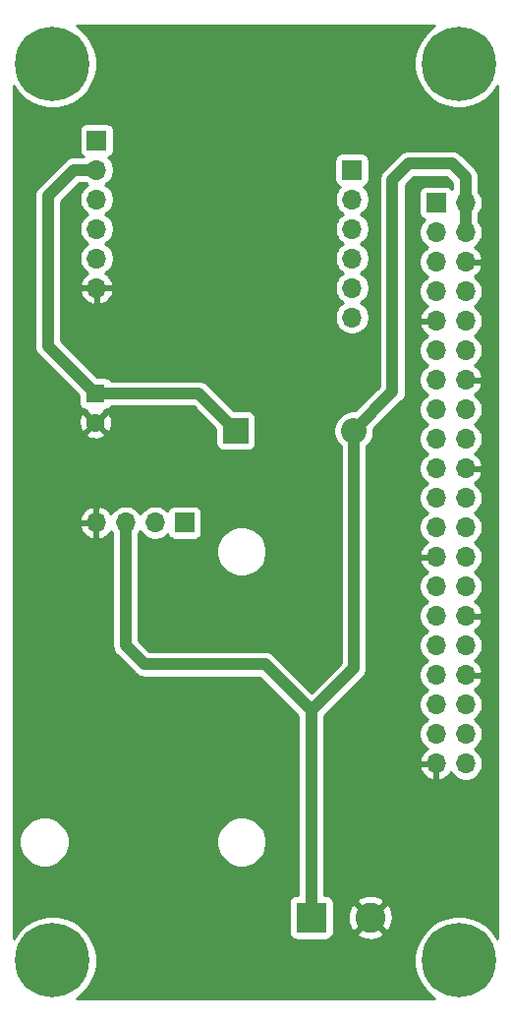
<source format=gbr>
%TF.GenerationSoftware,KiCad,Pcbnew,5.1.6+dfsg1-1*%
%TF.CreationDate,2021-04-08T11:29:05+02:00*%
%TF.ProjectId,gsm-rtc-board,67736d2d-7274-4632-9d62-6f6172642e6b,rev?*%
%TF.SameCoordinates,Original*%
%TF.FileFunction,Copper,L2,Bot*%
%TF.FilePolarity,Positive*%
%FSLAX46Y46*%
G04 Gerber Fmt 4.6, Leading zero omitted, Abs format (unit mm)*
G04 Created by KiCad (PCBNEW 5.1.6+dfsg1-1) date 2021-04-08 11:29:05*
%MOMM*%
%LPD*%
G01*
G04 APERTURE LIST*
%TA.AperFunction,ComponentPad*%
%ADD10O,1.700000X1.700000*%
%TD*%
%TA.AperFunction,ComponentPad*%
%ADD11R,1.700000X1.700000*%
%TD*%
%TA.AperFunction,ComponentPad*%
%ADD12C,6.400000*%
%TD*%
%TA.AperFunction,ComponentPad*%
%ADD13C,2.600000*%
%TD*%
%TA.AperFunction,ComponentPad*%
%ADD14R,2.600000X2.600000*%
%TD*%
%TA.AperFunction,ComponentPad*%
%ADD15O,2.200000X2.200000*%
%TD*%
%TA.AperFunction,ComponentPad*%
%ADD16R,2.200000X2.200000*%
%TD*%
%TA.AperFunction,ComponentPad*%
%ADD17C,1.600000*%
%TD*%
%TA.AperFunction,ComponentPad*%
%ADD18R,1.600000X1.600000*%
%TD*%
%TA.AperFunction,Conductor*%
%ADD19C,1.000000*%
%TD*%
%TA.AperFunction,Conductor*%
%ADD20C,0.254000*%
%TD*%
G04 APERTURE END LIST*
D10*
%TO.P,J4,4*%
%TO.N,GND*%
X77760000Y-108400000D03*
%TO.P,J4,3*%
%TO.N,+5V*%
X80300000Y-108400000D03*
%TO.P,J4,2*%
%TO.N,Net-(J3-Pad3)*%
X82840000Y-108400000D03*
D11*
%TO.P,J4,1*%
%TO.N,Net-(J3-Pad5)*%
X85380000Y-108400000D03*
%TD*%
D12*
%TO.P,REF\u002A\u002A,1*%
%TO.N,N/C*%
X74000000Y-146100000D03*
%TD*%
%TO.P,REF\u002A\u002A,1*%
%TO.N,N/C*%
X109000000Y-146100000D03*
%TD*%
%TO.P,REF\u002A\u002A,1*%
%TO.N,N/C*%
X109000000Y-68900000D03*
%TD*%
%TO.P,REF\u002A\u002A,1*%
%TO.N,N/C*%
X74000000Y-68900000D03*
%TD*%
D10*
%TO.P,REF\u002A\u002A,6*%
%TO.N,N/C*%
X99800000Y-90740000D03*
%TO.P,REF\u002A\u002A,5*%
X99800000Y-88200000D03*
%TO.P,REF\u002A\u002A,4*%
X99800000Y-85660000D03*
%TO.P,REF\u002A\u002A,3*%
X99800000Y-83120000D03*
%TO.P,REF\u002A\u002A,2*%
X99800000Y-80580000D03*
D11*
%TO.P,REF\u002A\u002A,1*%
X99800000Y-78040000D03*
%TD*%
D10*
%TO.P,J2,6*%
%TO.N,GND*%
X77800000Y-88200000D03*
%TO.P,J2,5*%
%TO.N,Net-(J2-Pad5)*%
X77800000Y-85660000D03*
%TO.P,J2,4*%
%TO.N,Net-(J2-Pad4)*%
X77800000Y-83120000D03*
%TO.P,J2,3*%
%TO.N,N/C*%
X77800000Y-80580000D03*
%TO.P,J2,2*%
%TO.N,Net-(C1-Pad1)*%
X77800000Y-78040000D03*
D11*
%TO.P,J2,1*%
%TO.N,N/C*%
X77800000Y-75500000D03*
%TD*%
D10*
%TO.P,J3,40*%
%TO.N,N/C*%
X109600000Y-129140000D03*
%TO.P,J3,39*%
%TO.N,GND*%
X107060000Y-129140000D03*
%TO.P,J3,38*%
%TO.N,N/C*%
X109600000Y-126600000D03*
%TO.P,J3,37*%
X107060000Y-126600000D03*
%TO.P,J3,36*%
X109600000Y-124060000D03*
%TO.P,J3,35*%
X107060000Y-124060000D03*
%TO.P,J3,34*%
%TO.N,GND*%
X109600000Y-121520000D03*
%TO.P,J3,33*%
%TO.N,N/C*%
X107060000Y-121520000D03*
%TO.P,J3,32*%
X109600000Y-118980000D03*
%TO.P,J3,31*%
X107060000Y-118980000D03*
%TO.P,J3,30*%
%TO.N,GND*%
X109600000Y-116440000D03*
%TO.P,J3,29*%
%TO.N,N/C*%
X107060000Y-116440000D03*
%TO.P,J3,28*%
X109600000Y-113900000D03*
%TO.P,J3,27*%
X107060000Y-113900000D03*
%TO.P,J3,26*%
X109600000Y-111360000D03*
%TO.P,J3,25*%
%TO.N,GND*%
X107060000Y-111360000D03*
%TO.P,J3,24*%
%TO.N,N/C*%
X109600000Y-108820000D03*
%TO.P,J3,23*%
X107060000Y-108820000D03*
%TO.P,J3,22*%
X109600000Y-106280000D03*
%TO.P,J3,21*%
X107060000Y-106280000D03*
%TO.P,J3,20*%
%TO.N,GND*%
X109600000Y-103740000D03*
%TO.P,J3,19*%
%TO.N,N/C*%
X107060000Y-103740000D03*
%TO.P,J3,18*%
X109600000Y-101200000D03*
%TO.P,J3,17*%
X107060000Y-101200000D03*
%TO.P,J3,16*%
X109600000Y-98660000D03*
%TO.P,J3,15*%
X107060000Y-98660000D03*
%TO.P,J3,14*%
%TO.N,GND*%
X109600000Y-96120000D03*
%TO.P,J3,13*%
%TO.N,N/C*%
X107060000Y-96120000D03*
%TO.P,J3,12*%
X109600000Y-93580000D03*
%TO.P,J3,11*%
X107060000Y-93580000D03*
%TO.P,J3,10*%
%TO.N,Net-(J2-Pad5)*%
X109600000Y-91040000D03*
%TO.P,J3,9*%
%TO.N,GND*%
X107060000Y-91040000D03*
%TO.P,J3,8*%
%TO.N,Net-(J2-Pad4)*%
X109600000Y-88500000D03*
%TO.P,J3,7*%
%TO.N,N/C*%
X107060000Y-88500000D03*
%TO.P,J3,6*%
%TO.N,GND*%
X109600000Y-85960000D03*
%TO.P,J3,5*%
%TO.N,Net-(J3-Pad5)*%
X107060000Y-85960000D03*
%TO.P,J3,4*%
%TO.N,+5V*%
X109600000Y-83420000D03*
%TO.P,J3,3*%
%TO.N,Net-(J3-Pad3)*%
X107060000Y-83420000D03*
%TO.P,J3,2*%
%TO.N,+5V*%
X109600000Y-80880000D03*
D11*
%TO.P,J3,1*%
%TO.N,N/C*%
X107060000Y-80880000D03*
%TD*%
D13*
%TO.P,J1,2*%
%TO.N,GND*%
X101380000Y-142400000D03*
D14*
%TO.P,J1,1*%
%TO.N,+5V*%
X96300000Y-142400000D03*
%TD*%
D15*
%TO.P,D1,2*%
%TO.N,+5V*%
X99960000Y-100500000D03*
D16*
%TO.P,D1,1*%
%TO.N,Net-(C1-Pad1)*%
X89800000Y-100500000D03*
%TD*%
D17*
%TO.P,C1,2*%
%TO.N,GND*%
X77700000Y-99800000D03*
D18*
%TO.P,C1,1*%
%TO.N,Net-(C1-Pad1)*%
X77700000Y-97300000D03*
%TD*%
D19*
%TO.N,Net-(C1-Pad1)*%
X86600000Y-97300000D02*
X89800000Y-100500000D01*
X77700000Y-97300000D02*
X86600000Y-97300000D01*
X77800000Y-78040000D02*
X75860000Y-78040000D01*
X75860000Y-78040000D02*
X73600000Y-80300000D01*
X73600000Y-93200000D02*
X77700000Y-97300000D01*
X73600000Y-80300000D02*
X73600000Y-93200000D01*
%TO.N,+5V*%
X96300000Y-124598002D02*
X92301998Y-120600000D01*
X96300000Y-142400000D02*
X96300000Y-124598002D01*
X92301998Y-120600000D02*
X81900000Y-120600000D01*
X80300000Y-119000000D02*
X80300000Y-108400000D01*
X81900000Y-120600000D02*
X80300000Y-119000000D01*
X99960000Y-120938002D02*
X96300000Y-124598002D01*
X99960000Y-100500000D02*
X99960000Y-120938002D01*
X109600000Y-80880000D02*
X109600000Y-78700000D01*
X109600000Y-78700000D02*
X108400000Y-77500000D01*
X108400000Y-77500000D02*
X104700000Y-77500000D01*
X104700000Y-77500000D02*
X103300000Y-78900000D01*
X103300000Y-97160000D02*
X99960000Y-100500000D01*
X103300000Y-78900000D02*
X103300000Y-97160000D01*
X109600000Y-83420000D02*
X109600000Y-80880000D01*
%TD*%
D20*
%TO.N,GND*%
G36*
X106555330Y-65921161D02*
G01*
X106021161Y-66455330D01*
X105601467Y-67083446D01*
X105312377Y-67781372D01*
X105165000Y-68522285D01*
X105165000Y-69277715D01*
X105312377Y-70018628D01*
X105601467Y-70716554D01*
X106021161Y-71344670D01*
X106555330Y-71878839D01*
X107183446Y-72298533D01*
X107881372Y-72587623D01*
X108622285Y-72735000D01*
X109377715Y-72735000D01*
X110118628Y-72587623D01*
X110816554Y-72298533D01*
X111444670Y-71878839D01*
X111978839Y-71344670D01*
X112340001Y-70804153D01*
X112340000Y-144195845D01*
X111978839Y-143655330D01*
X111444670Y-143121161D01*
X110816554Y-142701467D01*
X110118628Y-142412377D01*
X109377715Y-142265000D01*
X108622285Y-142265000D01*
X107881372Y-142412377D01*
X107183446Y-142701467D01*
X106555330Y-143121161D01*
X106021161Y-143655330D01*
X105601467Y-144283446D01*
X105312377Y-144981372D01*
X105165000Y-145722285D01*
X105165000Y-146477715D01*
X105312377Y-147218628D01*
X105601467Y-147916554D01*
X106021161Y-148544670D01*
X106555330Y-149078839D01*
X106946185Y-149340000D01*
X76053815Y-149340000D01*
X76444670Y-149078839D01*
X76978839Y-148544670D01*
X77398533Y-147916554D01*
X77687623Y-147218628D01*
X77835000Y-146477715D01*
X77835000Y-145722285D01*
X77687623Y-144981372D01*
X77398533Y-144283446D01*
X76978839Y-143655330D01*
X76444670Y-143121161D01*
X75816554Y-142701467D01*
X75118628Y-142412377D01*
X74377715Y-142265000D01*
X73622285Y-142265000D01*
X72881372Y-142412377D01*
X72183446Y-142701467D01*
X71555330Y-143121161D01*
X71021161Y-143655330D01*
X70660000Y-144195845D01*
X70660000Y-135686323D01*
X71130497Y-135686323D01*
X71130497Y-136113677D01*
X71213870Y-136532821D01*
X71377412Y-136927645D01*
X71614837Y-137282977D01*
X71917023Y-137585163D01*
X72272355Y-137822588D01*
X72667179Y-137986130D01*
X73086323Y-138069503D01*
X73513677Y-138069503D01*
X73932821Y-137986130D01*
X74327645Y-137822588D01*
X74682977Y-137585163D01*
X74985163Y-137282977D01*
X75222588Y-136927645D01*
X75386130Y-136532821D01*
X75469503Y-136113677D01*
X75469503Y-135686323D01*
X88130497Y-135686323D01*
X88130497Y-136113677D01*
X88213870Y-136532821D01*
X88377412Y-136927645D01*
X88614837Y-137282977D01*
X88917023Y-137585163D01*
X89272355Y-137822588D01*
X89667179Y-137986130D01*
X90086323Y-138069503D01*
X90513677Y-138069503D01*
X90932821Y-137986130D01*
X91327645Y-137822588D01*
X91682977Y-137585163D01*
X91985163Y-137282977D01*
X92222588Y-136927645D01*
X92386130Y-136532821D01*
X92469503Y-136113677D01*
X92469503Y-135686323D01*
X92386130Y-135267179D01*
X92222588Y-134872355D01*
X91985163Y-134517023D01*
X91682977Y-134214837D01*
X91327645Y-133977412D01*
X90932821Y-133813870D01*
X90513677Y-133730497D01*
X90086323Y-133730497D01*
X89667179Y-133813870D01*
X89272355Y-133977412D01*
X88917023Y-134214837D01*
X88614837Y-134517023D01*
X88377412Y-134872355D01*
X88213870Y-135267179D01*
X88130497Y-135686323D01*
X75469503Y-135686323D01*
X75386130Y-135267179D01*
X75222588Y-134872355D01*
X74985163Y-134517023D01*
X74682977Y-134214837D01*
X74327645Y-133977412D01*
X73932821Y-133813870D01*
X73513677Y-133730497D01*
X73086323Y-133730497D01*
X72667179Y-133813870D01*
X72272355Y-133977412D01*
X71917023Y-134214837D01*
X71614837Y-134517023D01*
X71377412Y-134872355D01*
X71213870Y-135267179D01*
X71130497Y-135686323D01*
X70660000Y-135686323D01*
X70660000Y-108756891D01*
X76318519Y-108756891D01*
X76415843Y-109031252D01*
X76564822Y-109281355D01*
X76759731Y-109497588D01*
X76993080Y-109671641D01*
X77255901Y-109796825D01*
X77403110Y-109841476D01*
X77633000Y-109720155D01*
X77633000Y-108527000D01*
X76439186Y-108527000D01*
X76318519Y-108756891D01*
X70660000Y-108756891D01*
X70660000Y-108043109D01*
X76318519Y-108043109D01*
X76439186Y-108273000D01*
X77633000Y-108273000D01*
X77633000Y-107079845D01*
X77887000Y-107079845D01*
X77887000Y-108273000D01*
X77907000Y-108273000D01*
X77907000Y-108527000D01*
X77887000Y-108527000D01*
X77887000Y-109720155D01*
X78116890Y-109841476D01*
X78264099Y-109796825D01*
X78526920Y-109671641D01*
X78760269Y-109497588D01*
X78955178Y-109281355D01*
X79024805Y-109164466D01*
X79146525Y-109346632D01*
X79165001Y-109365108D01*
X79165000Y-118944248D01*
X79159509Y-119000000D01*
X79165000Y-119055751D01*
X79181423Y-119222498D01*
X79246324Y-119436446D01*
X79351716Y-119633623D01*
X79493551Y-119806449D01*
X79536864Y-119841995D01*
X81058013Y-121363146D01*
X81093551Y-121406449D01*
X81136854Y-121441987D01*
X81136856Y-121441989D01*
X81266377Y-121548284D01*
X81463553Y-121653676D01*
X81677501Y-121718577D01*
X81900000Y-121740491D01*
X81955752Y-121735000D01*
X91831867Y-121735000D01*
X95165001Y-125068136D01*
X95165000Y-140461928D01*
X95000000Y-140461928D01*
X94875518Y-140474188D01*
X94755820Y-140510498D01*
X94645506Y-140569463D01*
X94548815Y-140648815D01*
X94469463Y-140745506D01*
X94410498Y-140855820D01*
X94374188Y-140975518D01*
X94361928Y-141100000D01*
X94361928Y-143700000D01*
X94374188Y-143824482D01*
X94410498Y-143944180D01*
X94469463Y-144054494D01*
X94548815Y-144151185D01*
X94645506Y-144230537D01*
X94755820Y-144289502D01*
X94875518Y-144325812D01*
X95000000Y-144338072D01*
X97600000Y-144338072D01*
X97724482Y-144325812D01*
X97844180Y-144289502D01*
X97954494Y-144230537D01*
X98051185Y-144151185D01*
X98130537Y-144054494D01*
X98189502Y-143944180D01*
X98225812Y-143824482D01*
X98233224Y-143749224D01*
X100210381Y-143749224D01*
X100342317Y-144044312D01*
X100683045Y-144215159D01*
X101050557Y-144316250D01*
X101430729Y-144343701D01*
X101808951Y-144296457D01*
X102170690Y-144176333D01*
X102417683Y-144044312D01*
X102549619Y-143749224D01*
X101380000Y-142579605D01*
X100210381Y-143749224D01*
X98233224Y-143749224D01*
X98238072Y-143700000D01*
X98238072Y-142450729D01*
X99436299Y-142450729D01*
X99483543Y-142828951D01*
X99603667Y-143190690D01*
X99735688Y-143437683D01*
X100030776Y-143569619D01*
X101200395Y-142400000D01*
X101559605Y-142400000D01*
X102729224Y-143569619D01*
X103024312Y-143437683D01*
X103195159Y-143096955D01*
X103296250Y-142729443D01*
X103323701Y-142349271D01*
X103276457Y-141971049D01*
X103156333Y-141609310D01*
X103024312Y-141362317D01*
X102729224Y-141230381D01*
X101559605Y-142400000D01*
X101200395Y-142400000D01*
X100030776Y-141230381D01*
X99735688Y-141362317D01*
X99564841Y-141703045D01*
X99463750Y-142070557D01*
X99436299Y-142450729D01*
X98238072Y-142450729D01*
X98238072Y-141100000D01*
X98233225Y-141050776D01*
X100210381Y-141050776D01*
X101380000Y-142220395D01*
X102549619Y-141050776D01*
X102417683Y-140755688D01*
X102076955Y-140584841D01*
X101709443Y-140483750D01*
X101329271Y-140456299D01*
X100951049Y-140503543D01*
X100589310Y-140623667D01*
X100342317Y-140755688D01*
X100210381Y-141050776D01*
X98233225Y-141050776D01*
X98225812Y-140975518D01*
X98189502Y-140855820D01*
X98130537Y-140745506D01*
X98051185Y-140648815D01*
X97954494Y-140569463D01*
X97844180Y-140510498D01*
X97724482Y-140474188D01*
X97600000Y-140461928D01*
X97435000Y-140461928D01*
X97435000Y-129496890D01*
X105618524Y-129496890D01*
X105663175Y-129644099D01*
X105788359Y-129906920D01*
X105962412Y-130140269D01*
X106178645Y-130335178D01*
X106428748Y-130484157D01*
X106703109Y-130581481D01*
X106933000Y-130460814D01*
X106933000Y-129267000D01*
X105739845Y-129267000D01*
X105618524Y-129496890D01*
X97435000Y-129496890D01*
X97435000Y-125068133D01*
X100723146Y-121779989D01*
X100766449Y-121744451D01*
X100840947Y-121653676D01*
X100908284Y-121571625D01*
X101013676Y-121374449D01*
X101078577Y-121160501D01*
X101100491Y-120938002D01*
X101095000Y-120882250D01*
X101095000Y-101818661D01*
X101307663Y-101605998D01*
X101497537Y-101321831D01*
X101628325Y-101006081D01*
X101695000Y-100670883D01*
X101695000Y-100370131D01*
X104063141Y-98001991D01*
X104106449Y-97966449D01*
X104248284Y-97793623D01*
X104353676Y-97596447D01*
X104418577Y-97382499D01*
X104435000Y-97215752D01*
X104435000Y-97215743D01*
X104440490Y-97160001D01*
X104435000Y-97104259D01*
X104435000Y-79370131D01*
X105170132Y-78635000D01*
X107929869Y-78635000D01*
X108465001Y-79170132D01*
X108465001Y-79721273D01*
X108440537Y-79675506D01*
X108361185Y-79578815D01*
X108264494Y-79499463D01*
X108154180Y-79440498D01*
X108034482Y-79404188D01*
X107910000Y-79391928D01*
X106210000Y-79391928D01*
X106085518Y-79404188D01*
X105965820Y-79440498D01*
X105855506Y-79499463D01*
X105758815Y-79578815D01*
X105679463Y-79675506D01*
X105620498Y-79785820D01*
X105584188Y-79905518D01*
X105571928Y-80030000D01*
X105571928Y-81730000D01*
X105584188Y-81854482D01*
X105620498Y-81974180D01*
X105679463Y-82084494D01*
X105758815Y-82181185D01*
X105855506Y-82260537D01*
X105965820Y-82319502D01*
X106038380Y-82341513D01*
X105906525Y-82473368D01*
X105744010Y-82716589D01*
X105632068Y-82986842D01*
X105575000Y-83273740D01*
X105575000Y-83566260D01*
X105632068Y-83853158D01*
X105744010Y-84123411D01*
X105906525Y-84366632D01*
X106113368Y-84573475D01*
X106287760Y-84690000D01*
X106113368Y-84806525D01*
X105906525Y-85013368D01*
X105744010Y-85256589D01*
X105632068Y-85526842D01*
X105575000Y-85813740D01*
X105575000Y-86106260D01*
X105632068Y-86393158D01*
X105744010Y-86663411D01*
X105906525Y-86906632D01*
X106113368Y-87113475D01*
X106287760Y-87230000D01*
X106113368Y-87346525D01*
X105906525Y-87553368D01*
X105744010Y-87796589D01*
X105632068Y-88066842D01*
X105575000Y-88353740D01*
X105575000Y-88646260D01*
X105632068Y-88933158D01*
X105744010Y-89203411D01*
X105906525Y-89446632D01*
X106113368Y-89653475D01*
X106295534Y-89775195D01*
X106178645Y-89844822D01*
X105962412Y-90039731D01*
X105788359Y-90273080D01*
X105663175Y-90535901D01*
X105618524Y-90683110D01*
X105739845Y-90913000D01*
X106933000Y-90913000D01*
X106933000Y-90893000D01*
X107187000Y-90893000D01*
X107187000Y-90913000D01*
X107207000Y-90913000D01*
X107207000Y-91167000D01*
X107187000Y-91167000D01*
X107187000Y-91187000D01*
X106933000Y-91187000D01*
X106933000Y-91167000D01*
X105739845Y-91167000D01*
X105618524Y-91396890D01*
X105663175Y-91544099D01*
X105788359Y-91806920D01*
X105962412Y-92040269D01*
X106178645Y-92235178D01*
X106295534Y-92304805D01*
X106113368Y-92426525D01*
X105906525Y-92633368D01*
X105744010Y-92876589D01*
X105632068Y-93146842D01*
X105575000Y-93433740D01*
X105575000Y-93726260D01*
X105632068Y-94013158D01*
X105744010Y-94283411D01*
X105906525Y-94526632D01*
X106113368Y-94733475D01*
X106287760Y-94850000D01*
X106113368Y-94966525D01*
X105906525Y-95173368D01*
X105744010Y-95416589D01*
X105632068Y-95686842D01*
X105575000Y-95973740D01*
X105575000Y-96266260D01*
X105632068Y-96553158D01*
X105744010Y-96823411D01*
X105906525Y-97066632D01*
X106113368Y-97273475D01*
X106287760Y-97390000D01*
X106113368Y-97506525D01*
X105906525Y-97713368D01*
X105744010Y-97956589D01*
X105632068Y-98226842D01*
X105575000Y-98513740D01*
X105575000Y-98806260D01*
X105632068Y-99093158D01*
X105744010Y-99363411D01*
X105906525Y-99606632D01*
X106113368Y-99813475D01*
X106287760Y-99930000D01*
X106113368Y-100046525D01*
X105906525Y-100253368D01*
X105744010Y-100496589D01*
X105632068Y-100766842D01*
X105575000Y-101053740D01*
X105575000Y-101346260D01*
X105632068Y-101633158D01*
X105744010Y-101903411D01*
X105906525Y-102146632D01*
X106113368Y-102353475D01*
X106287760Y-102470000D01*
X106113368Y-102586525D01*
X105906525Y-102793368D01*
X105744010Y-103036589D01*
X105632068Y-103306842D01*
X105575000Y-103593740D01*
X105575000Y-103886260D01*
X105632068Y-104173158D01*
X105744010Y-104443411D01*
X105906525Y-104686632D01*
X106113368Y-104893475D01*
X106287760Y-105010000D01*
X106113368Y-105126525D01*
X105906525Y-105333368D01*
X105744010Y-105576589D01*
X105632068Y-105846842D01*
X105575000Y-106133740D01*
X105575000Y-106426260D01*
X105632068Y-106713158D01*
X105744010Y-106983411D01*
X105906525Y-107226632D01*
X106113368Y-107433475D01*
X106287760Y-107550000D01*
X106113368Y-107666525D01*
X105906525Y-107873368D01*
X105744010Y-108116589D01*
X105632068Y-108386842D01*
X105575000Y-108673740D01*
X105575000Y-108966260D01*
X105632068Y-109253158D01*
X105744010Y-109523411D01*
X105906525Y-109766632D01*
X106113368Y-109973475D01*
X106295534Y-110095195D01*
X106178645Y-110164822D01*
X105962412Y-110359731D01*
X105788359Y-110593080D01*
X105663175Y-110855901D01*
X105618524Y-111003110D01*
X105739845Y-111233000D01*
X106933000Y-111233000D01*
X106933000Y-111213000D01*
X107187000Y-111213000D01*
X107187000Y-111233000D01*
X107207000Y-111233000D01*
X107207000Y-111487000D01*
X107187000Y-111487000D01*
X107187000Y-111507000D01*
X106933000Y-111507000D01*
X106933000Y-111487000D01*
X105739845Y-111487000D01*
X105618524Y-111716890D01*
X105663175Y-111864099D01*
X105788359Y-112126920D01*
X105962412Y-112360269D01*
X106178645Y-112555178D01*
X106295534Y-112624805D01*
X106113368Y-112746525D01*
X105906525Y-112953368D01*
X105744010Y-113196589D01*
X105632068Y-113466842D01*
X105575000Y-113753740D01*
X105575000Y-114046260D01*
X105632068Y-114333158D01*
X105744010Y-114603411D01*
X105906525Y-114846632D01*
X106113368Y-115053475D01*
X106287760Y-115170000D01*
X106113368Y-115286525D01*
X105906525Y-115493368D01*
X105744010Y-115736589D01*
X105632068Y-116006842D01*
X105575000Y-116293740D01*
X105575000Y-116586260D01*
X105632068Y-116873158D01*
X105744010Y-117143411D01*
X105906525Y-117386632D01*
X106113368Y-117593475D01*
X106287760Y-117710000D01*
X106113368Y-117826525D01*
X105906525Y-118033368D01*
X105744010Y-118276589D01*
X105632068Y-118546842D01*
X105575000Y-118833740D01*
X105575000Y-119126260D01*
X105632068Y-119413158D01*
X105744010Y-119683411D01*
X105906525Y-119926632D01*
X106113368Y-120133475D01*
X106287760Y-120250000D01*
X106113368Y-120366525D01*
X105906525Y-120573368D01*
X105744010Y-120816589D01*
X105632068Y-121086842D01*
X105575000Y-121373740D01*
X105575000Y-121666260D01*
X105632068Y-121953158D01*
X105744010Y-122223411D01*
X105906525Y-122466632D01*
X106113368Y-122673475D01*
X106287760Y-122790000D01*
X106113368Y-122906525D01*
X105906525Y-123113368D01*
X105744010Y-123356589D01*
X105632068Y-123626842D01*
X105575000Y-123913740D01*
X105575000Y-124206260D01*
X105632068Y-124493158D01*
X105744010Y-124763411D01*
X105906525Y-125006632D01*
X106113368Y-125213475D01*
X106287760Y-125330000D01*
X106113368Y-125446525D01*
X105906525Y-125653368D01*
X105744010Y-125896589D01*
X105632068Y-126166842D01*
X105575000Y-126453740D01*
X105575000Y-126746260D01*
X105632068Y-127033158D01*
X105744010Y-127303411D01*
X105906525Y-127546632D01*
X106113368Y-127753475D01*
X106295534Y-127875195D01*
X106178645Y-127944822D01*
X105962412Y-128139731D01*
X105788359Y-128373080D01*
X105663175Y-128635901D01*
X105618524Y-128783110D01*
X105739845Y-129013000D01*
X106933000Y-129013000D01*
X106933000Y-128993000D01*
X107187000Y-128993000D01*
X107187000Y-129013000D01*
X107207000Y-129013000D01*
X107207000Y-129267000D01*
X107187000Y-129267000D01*
X107187000Y-130460814D01*
X107416891Y-130581481D01*
X107691252Y-130484157D01*
X107941355Y-130335178D01*
X108157588Y-130140269D01*
X108328900Y-129910594D01*
X108446525Y-130086632D01*
X108653368Y-130293475D01*
X108896589Y-130455990D01*
X109166842Y-130567932D01*
X109453740Y-130625000D01*
X109746260Y-130625000D01*
X110033158Y-130567932D01*
X110303411Y-130455990D01*
X110546632Y-130293475D01*
X110753475Y-130086632D01*
X110915990Y-129843411D01*
X111027932Y-129573158D01*
X111085000Y-129286260D01*
X111085000Y-128993740D01*
X111027932Y-128706842D01*
X110915990Y-128436589D01*
X110753475Y-128193368D01*
X110546632Y-127986525D01*
X110372240Y-127870000D01*
X110546632Y-127753475D01*
X110753475Y-127546632D01*
X110915990Y-127303411D01*
X111027932Y-127033158D01*
X111085000Y-126746260D01*
X111085000Y-126453740D01*
X111027932Y-126166842D01*
X110915990Y-125896589D01*
X110753475Y-125653368D01*
X110546632Y-125446525D01*
X110372240Y-125330000D01*
X110546632Y-125213475D01*
X110753475Y-125006632D01*
X110915990Y-124763411D01*
X111027932Y-124493158D01*
X111085000Y-124206260D01*
X111085000Y-123913740D01*
X111027932Y-123626842D01*
X110915990Y-123356589D01*
X110753475Y-123113368D01*
X110546632Y-122906525D01*
X110364466Y-122784805D01*
X110481355Y-122715178D01*
X110697588Y-122520269D01*
X110871641Y-122286920D01*
X110996825Y-122024099D01*
X111041476Y-121876890D01*
X110920155Y-121647000D01*
X109727000Y-121647000D01*
X109727000Y-121667000D01*
X109473000Y-121667000D01*
X109473000Y-121647000D01*
X109453000Y-121647000D01*
X109453000Y-121393000D01*
X109473000Y-121393000D01*
X109473000Y-121373000D01*
X109727000Y-121373000D01*
X109727000Y-121393000D01*
X110920155Y-121393000D01*
X111041476Y-121163110D01*
X110996825Y-121015901D01*
X110871641Y-120753080D01*
X110697588Y-120519731D01*
X110481355Y-120324822D01*
X110364466Y-120255195D01*
X110546632Y-120133475D01*
X110753475Y-119926632D01*
X110915990Y-119683411D01*
X111027932Y-119413158D01*
X111085000Y-119126260D01*
X111085000Y-118833740D01*
X111027932Y-118546842D01*
X110915990Y-118276589D01*
X110753475Y-118033368D01*
X110546632Y-117826525D01*
X110364466Y-117704805D01*
X110481355Y-117635178D01*
X110697588Y-117440269D01*
X110871641Y-117206920D01*
X110996825Y-116944099D01*
X111041476Y-116796890D01*
X110920155Y-116567000D01*
X109727000Y-116567000D01*
X109727000Y-116587000D01*
X109473000Y-116587000D01*
X109473000Y-116567000D01*
X109453000Y-116567000D01*
X109453000Y-116313000D01*
X109473000Y-116313000D01*
X109473000Y-116293000D01*
X109727000Y-116293000D01*
X109727000Y-116313000D01*
X110920155Y-116313000D01*
X111041476Y-116083110D01*
X110996825Y-115935901D01*
X110871641Y-115673080D01*
X110697588Y-115439731D01*
X110481355Y-115244822D01*
X110364466Y-115175195D01*
X110546632Y-115053475D01*
X110753475Y-114846632D01*
X110915990Y-114603411D01*
X111027932Y-114333158D01*
X111085000Y-114046260D01*
X111085000Y-113753740D01*
X111027932Y-113466842D01*
X110915990Y-113196589D01*
X110753475Y-112953368D01*
X110546632Y-112746525D01*
X110372240Y-112630000D01*
X110546632Y-112513475D01*
X110753475Y-112306632D01*
X110915990Y-112063411D01*
X111027932Y-111793158D01*
X111085000Y-111506260D01*
X111085000Y-111213740D01*
X111027932Y-110926842D01*
X110915990Y-110656589D01*
X110753475Y-110413368D01*
X110546632Y-110206525D01*
X110372240Y-110090000D01*
X110546632Y-109973475D01*
X110753475Y-109766632D01*
X110915990Y-109523411D01*
X111027932Y-109253158D01*
X111085000Y-108966260D01*
X111085000Y-108673740D01*
X111027932Y-108386842D01*
X110915990Y-108116589D01*
X110753475Y-107873368D01*
X110546632Y-107666525D01*
X110372240Y-107550000D01*
X110546632Y-107433475D01*
X110753475Y-107226632D01*
X110915990Y-106983411D01*
X111027932Y-106713158D01*
X111085000Y-106426260D01*
X111085000Y-106133740D01*
X111027932Y-105846842D01*
X110915990Y-105576589D01*
X110753475Y-105333368D01*
X110546632Y-105126525D01*
X110364466Y-105004805D01*
X110481355Y-104935178D01*
X110697588Y-104740269D01*
X110871641Y-104506920D01*
X110996825Y-104244099D01*
X111041476Y-104096890D01*
X110920155Y-103867000D01*
X109727000Y-103867000D01*
X109727000Y-103887000D01*
X109473000Y-103887000D01*
X109473000Y-103867000D01*
X109453000Y-103867000D01*
X109453000Y-103613000D01*
X109473000Y-103613000D01*
X109473000Y-103593000D01*
X109727000Y-103593000D01*
X109727000Y-103613000D01*
X110920155Y-103613000D01*
X111041476Y-103383110D01*
X110996825Y-103235901D01*
X110871641Y-102973080D01*
X110697588Y-102739731D01*
X110481355Y-102544822D01*
X110364466Y-102475195D01*
X110546632Y-102353475D01*
X110753475Y-102146632D01*
X110915990Y-101903411D01*
X111027932Y-101633158D01*
X111085000Y-101346260D01*
X111085000Y-101053740D01*
X111027932Y-100766842D01*
X110915990Y-100496589D01*
X110753475Y-100253368D01*
X110546632Y-100046525D01*
X110372240Y-99930000D01*
X110546632Y-99813475D01*
X110753475Y-99606632D01*
X110915990Y-99363411D01*
X111027932Y-99093158D01*
X111085000Y-98806260D01*
X111085000Y-98513740D01*
X111027932Y-98226842D01*
X110915990Y-97956589D01*
X110753475Y-97713368D01*
X110546632Y-97506525D01*
X110364466Y-97384805D01*
X110481355Y-97315178D01*
X110697588Y-97120269D01*
X110871641Y-96886920D01*
X110996825Y-96624099D01*
X111041476Y-96476890D01*
X110920155Y-96247000D01*
X109727000Y-96247000D01*
X109727000Y-96267000D01*
X109473000Y-96267000D01*
X109473000Y-96247000D01*
X109453000Y-96247000D01*
X109453000Y-95993000D01*
X109473000Y-95993000D01*
X109473000Y-95973000D01*
X109727000Y-95973000D01*
X109727000Y-95993000D01*
X110920155Y-95993000D01*
X111041476Y-95763110D01*
X110996825Y-95615901D01*
X110871641Y-95353080D01*
X110697588Y-95119731D01*
X110481355Y-94924822D01*
X110364466Y-94855195D01*
X110546632Y-94733475D01*
X110753475Y-94526632D01*
X110915990Y-94283411D01*
X111027932Y-94013158D01*
X111085000Y-93726260D01*
X111085000Y-93433740D01*
X111027932Y-93146842D01*
X110915990Y-92876589D01*
X110753475Y-92633368D01*
X110546632Y-92426525D01*
X110372240Y-92310000D01*
X110546632Y-92193475D01*
X110753475Y-91986632D01*
X110915990Y-91743411D01*
X111027932Y-91473158D01*
X111085000Y-91186260D01*
X111085000Y-90893740D01*
X111027932Y-90606842D01*
X110915990Y-90336589D01*
X110753475Y-90093368D01*
X110546632Y-89886525D01*
X110372240Y-89770000D01*
X110546632Y-89653475D01*
X110753475Y-89446632D01*
X110915990Y-89203411D01*
X111027932Y-88933158D01*
X111085000Y-88646260D01*
X111085000Y-88353740D01*
X111027932Y-88066842D01*
X110915990Y-87796589D01*
X110753475Y-87553368D01*
X110546632Y-87346525D01*
X110364466Y-87224805D01*
X110481355Y-87155178D01*
X110697588Y-86960269D01*
X110871641Y-86726920D01*
X110996825Y-86464099D01*
X111041476Y-86316890D01*
X110920155Y-86087000D01*
X109727000Y-86087000D01*
X109727000Y-86107000D01*
X109473000Y-86107000D01*
X109473000Y-86087000D01*
X109453000Y-86087000D01*
X109453000Y-85833000D01*
X109473000Y-85833000D01*
X109473000Y-85813000D01*
X109727000Y-85813000D01*
X109727000Y-85833000D01*
X110920155Y-85833000D01*
X111041476Y-85603110D01*
X110996825Y-85455901D01*
X110871641Y-85193080D01*
X110697588Y-84959731D01*
X110481355Y-84764822D01*
X110364466Y-84695195D01*
X110546632Y-84573475D01*
X110753475Y-84366632D01*
X110915990Y-84123411D01*
X111027932Y-83853158D01*
X111085000Y-83566260D01*
X111085000Y-83273740D01*
X111027932Y-82986842D01*
X110915990Y-82716589D01*
X110753475Y-82473368D01*
X110735000Y-82454893D01*
X110735000Y-81845107D01*
X110753475Y-81826632D01*
X110915990Y-81583411D01*
X111027932Y-81313158D01*
X111085000Y-81026260D01*
X111085000Y-80733740D01*
X111027932Y-80446842D01*
X110915990Y-80176589D01*
X110753475Y-79933368D01*
X110735000Y-79914893D01*
X110735000Y-78755741D01*
X110740490Y-78699999D01*
X110735000Y-78644257D01*
X110735000Y-78644248D01*
X110718577Y-78477501D01*
X110653676Y-78263553D01*
X110548284Y-78066377D01*
X110406449Y-77893551D01*
X110363140Y-77858008D01*
X109241996Y-76736865D01*
X109206449Y-76693551D01*
X109033623Y-76551716D01*
X108836447Y-76446324D01*
X108622499Y-76381423D01*
X108455752Y-76365000D01*
X108455751Y-76365000D01*
X108400000Y-76359509D01*
X108344249Y-76365000D01*
X104755751Y-76365000D01*
X104700000Y-76359509D01*
X104644248Y-76365000D01*
X104477501Y-76381423D01*
X104263553Y-76446324D01*
X104066377Y-76551716D01*
X103893551Y-76693551D01*
X103858008Y-76736860D01*
X102536865Y-78058004D01*
X102493551Y-78093551D01*
X102351716Y-78266377D01*
X102254486Y-78448284D01*
X102246324Y-78463554D01*
X102181423Y-78677502D01*
X102159509Y-78900000D01*
X102165000Y-78955751D01*
X102165001Y-96689867D01*
X100089869Y-98765000D01*
X99789117Y-98765000D01*
X99453919Y-98831675D01*
X99138169Y-98962463D01*
X98854002Y-99152337D01*
X98612337Y-99394002D01*
X98422463Y-99678169D01*
X98291675Y-99993919D01*
X98225000Y-100329117D01*
X98225000Y-100670883D01*
X98291675Y-101006081D01*
X98422463Y-101321831D01*
X98612337Y-101605998D01*
X98825000Y-101818661D01*
X98825001Y-120467868D01*
X96300001Y-122992870D01*
X93143994Y-119836865D01*
X93108447Y-119793551D01*
X92935621Y-119651716D01*
X92738445Y-119546324D01*
X92524497Y-119481423D01*
X92357750Y-119465000D01*
X92357749Y-119465000D01*
X92301998Y-119459509D01*
X92246247Y-119465000D01*
X82370133Y-119465000D01*
X81435000Y-118529869D01*
X81435000Y-110686323D01*
X88130497Y-110686323D01*
X88130497Y-111113677D01*
X88213870Y-111532821D01*
X88377412Y-111927645D01*
X88614837Y-112282977D01*
X88917023Y-112585163D01*
X89272355Y-112822588D01*
X89667179Y-112986130D01*
X90086323Y-113069503D01*
X90513677Y-113069503D01*
X90932821Y-112986130D01*
X91327645Y-112822588D01*
X91682977Y-112585163D01*
X91985163Y-112282977D01*
X92222588Y-111927645D01*
X92386130Y-111532821D01*
X92469503Y-111113677D01*
X92469503Y-110686323D01*
X92386130Y-110267179D01*
X92222588Y-109872355D01*
X91985163Y-109517023D01*
X91682977Y-109214837D01*
X91327645Y-108977412D01*
X90932821Y-108813870D01*
X90513677Y-108730497D01*
X90086323Y-108730497D01*
X89667179Y-108813870D01*
X89272355Y-108977412D01*
X88917023Y-109214837D01*
X88614837Y-109517023D01*
X88377412Y-109872355D01*
X88213870Y-110267179D01*
X88130497Y-110686323D01*
X81435000Y-110686323D01*
X81435000Y-109365107D01*
X81453475Y-109346632D01*
X81570000Y-109172240D01*
X81686525Y-109346632D01*
X81893368Y-109553475D01*
X82136589Y-109715990D01*
X82406842Y-109827932D01*
X82693740Y-109885000D01*
X82986260Y-109885000D01*
X83273158Y-109827932D01*
X83543411Y-109715990D01*
X83786632Y-109553475D01*
X83918487Y-109421620D01*
X83940498Y-109494180D01*
X83999463Y-109604494D01*
X84078815Y-109701185D01*
X84175506Y-109780537D01*
X84285820Y-109839502D01*
X84405518Y-109875812D01*
X84530000Y-109888072D01*
X86230000Y-109888072D01*
X86354482Y-109875812D01*
X86474180Y-109839502D01*
X86584494Y-109780537D01*
X86681185Y-109701185D01*
X86760537Y-109604494D01*
X86819502Y-109494180D01*
X86855812Y-109374482D01*
X86868072Y-109250000D01*
X86868072Y-107550000D01*
X86855812Y-107425518D01*
X86819502Y-107305820D01*
X86760537Y-107195506D01*
X86681185Y-107098815D01*
X86584494Y-107019463D01*
X86474180Y-106960498D01*
X86354482Y-106924188D01*
X86230000Y-106911928D01*
X84530000Y-106911928D01*
X84405518Y-106924188D01*
X84285820Y-106960498D01*
X84175506Y-107019463D01*
X84078815Y-107098815D01*
X83999463Y-107195506D01*
X83940498Y-107305820D01*
X83918487Y-107378380D01*
X83786632Y-107246525D01*
X83543411Y-107084010D01*
X83273158Y-106972068D01*
X82986260Y-106915000D01*
X82693740Y-106915000D01*
X82406842Y-106972068D01*
X82136589Y-107084010D01*
X81893368Y-107246525D01*
X81686525Y-107453368D01*
X81570000Y-107627760D01*
X81453475Y-107453368D01*
X81246632Y-107246525D01*
X81003411Y-107084010D01*
X80733158Y-106972068D01*
X80446260Y-106915000D01*
X80153740Y-106915000D01*
X79866842Y-106972068D01*
X79596589Y-107084010D01*
X79353368Y-107246525D01*
X79146525Y-107453368D01*
X79024805Y-107635534D01*
X78955178Y-107518645D01*
X78760269Y-107302412D01*
X78526920Y-107128359D01*
X78264099Y-107003175D01*
X78116890Y-106958524D01*
X77887000Y-107079845D01*
X77633000Y-107079845D01*
X77403110Y-106958524D01*
X77255901Y-107003175D01*
X76993080Y-107128359D01*
X76759731Y-107302412D01*
X76564822Y-107518645D01*
X76415843Y-107768748D01*
X76318519Y-108043109D01*
X70660000Y-108043109D01*
X70660000Y-100792702D01*
X76886903Y-100792702D01*
X76958486Y-101036671D01*
X77213996Y-101157571D01*
X77488184Y-101226300D01*
X77770512Y-101240217D01*
X78050130Y-101198787D01*
X78316292Y-101103603D01*
X78441514Y-101036671D01*
X78513097Y-100792702D01*
X77700000Y-99979605D01*
X76886903Y-100792702D01*
X70660000Y-100792702D01*
X70660000Y-99870512D01*
X76259783Y-99870512D01*
X76301213Y-100150130D01*
X76396397Y-100416292D01*
X76463329Y-100541514D01*
X76707298Y-100613097D01*
X77520395Y-99800000D01*
X77879605Y-99800000D01*
X78692702Y-100613097D01*
X78936671Y-100541514D01*
X79057571Y-100286004D01*
X79126300Y-100011816D01*
X79140217Y-99729488D01*
X79098787Y-99449870D01*
X79003603Y-99183708D01*
X78936671Y-99058486D01*
X78692702Y-98986903D01*
X77879605Y-99800000D01*
X77520395Y-99800000D01*
X76707298Y-98986903D01*
X76463329Y-99058486D01*
X76342429Y-99313996D01*
X76273700Y-99588184D01*
X76259783Y-99870512D01*
X70660000Y-99870512D01*
X70660000Y-80300000D01*
X72459509Y-80300000D01*
X72465000Y-80355752D01*
X72465001Y-93144239D01*
X72459509Y-93200000D01*
X72481423Y-93422498D01*
X72546324Y-93636446D01*
X72546325Y-93636447D01*
X72651717Y-93833623D01*
X72793552Y-94006449D01*
X72836860Y-94041991D01*
X76261928Y-97467061D01*
X76261928Y-98100000D01*
X76274188Y-98224482D01*
X76310498Y-98344180D01*
X76369463Y-98454494D01*
X76448815Y-98551185D01*
X76545506Y-98630537D01*
X76655820Y-98689502D01*
X76775518Y-98725812D01*
X76900000Y-98738072D01*
X76907215Y-98738072D01*
X76886903Y-98807298D01*
X77700000Y-99620395D01*
X78513097Y-98807298D01*
X78492785Y-98738072D01*
X78500000Y-98738072D01*
X78624482Y-98725812D01*
X78744180Y-98689502D01*
X78854494Y-98630537D01*
X78951185Y-98551185D01*
X79030537Y-98454494D01*
X79040957Y-98435000D01*
X86129869Y-98435000D01*
X88061928Y-100367060D01*
X88061928Y-101600000D01*
X88074188Y-101724482D01*
X88110498Y-101844180D01*
X88169463Y-101954494D01*
X88248815Y-102051185D01*
X88345506Y-102130537D01*
X88455820Y-102189502D01*
X88575518Y-102225812D01*
X88700000Y-102238072D01*
X90900000Y-102238072D01*
X91024482Y-102225812D01*
X91144180Y-102189502D01*
X91254494Y-102130537D01*
X91351185Y-102051185D01*
X91430537Y-101954494D01*
X91489502Y-101844180D01*
X91525812Y-101724482D01*
X91538072Y-101600000D01*
X91538072Y-99400000D01*
X91525812Y-99275518D01*
X91489502Y-99155820D01*
X91430537Y-99045506D01*
X91351185Y-98948815D01*
X91254494Y-98869463D01*
X91144180Y-98810498D01*
X91024482Y-98774188D01*
X90900000Y-98761928D01*
X89667060Y-98761928D01*
X87441996Y-96536865D01*
X87406449Y-96493551D01*
X87233623Y-96351716D01*
X87036447Y-96246324D01*
X86822499Y-96181423D01*
X86655752Y-96165000D01*
X86655751Y-96165000D01*
X86600000Y-96159509D01*
X86544249Y-96165000D01*
X79040957Y-96165000D01*
X79030537Y-96145506D01*
X78951185Y-96048815D01*
X78854494Y-95969463D01*
X78744180Y-95910498D01*
X78624482Y-95874188D01*
X78500000Y-95861928D01*
X77867061Y-95861928D01*
X74735000Y-92729869D01*
X74735000Y-88556890D01*
X76358524Y-88556890D01*
X76403175Y-88704099D01*
X76528359Y-88966920D01*
X76702412Y-89200269D01*
X76918645Y-89395178D01*
X77168748Y-89544157D01*
X77443109Y-89641481D01*
X77673000Y-89520814D01*
X77673000Y-88327000D01*
X77927000Y-88327000D01*
X77927000Y-89520814D01*
X78156891Y-89641481D01*
X78431252Y-89544157D01*
X78681355Y-89395178D01*
X78897588Y-89200269D01*
X79071641Y-88966920D01*
X79196825Y-88704099D01*
X79241476Y-88556890D01*
X79120155Y-88327000D01*
X77927000Y-88327000D01*
X77673000Y-88327000D01*
X76479845Y-88327000D01*
X76358524Y-88556890D01*
X74735000Y-88556890D01*
X74735000Y-80770131D01*
X76330133Y-79175000D01*
X76834893Y-79175000D01*
X76853368Y-79193475D01*
X77027760Y-79310000D01*
X76853368Y-79426525D01*
X76646525Y-79633368D01*
X76484010Y-79876589D01*
X76372068Y-80146842D01*
X76315000Y-80433740D01*
X76315000Y-80726260D01*
X76372068Y-81013158D01*
X76484010Y-81283411D01*
X76646525Y-81526632D01*
X76853368Y-81733475D01*
X77027760Y-81850000D01*
X76853368Y-81966525D01*
X76646525Y-82173368D01*
X76484010Y-82416589D01*
X76372068Y-82686842D01*
X76315000Y-82973740D01*
X76315000Y-83266260D01*
X76372068Y-83553158D01*
X76484010Y-83823411D01*
X76646525Y-84066632D01*
X76853368Y-84273475D01*
X77027760Y-84390000D01*
X76853368Y-84506525D01*
X76646525Y-84713368D01*
X76484010Y-84956589D01*
X76372068Y-85226842D01*
X76315000Y-85513740D01*
X76315000Y-85806260D01*
X76372068Y-86093158D01*
X76484010Y-86363411D01*
X76646525Y-86606632D01*
X76853368Y-86813475D01*
X77035534Y-86935195D01*
X76918645Y-87004822D01*
X76702412Y-87199731D01*
X76528359Y-87433080D01*
X76403175Y-87695901D01*
X76358524Y-87843110D01*
X76479845Y-88073000D01*
X77673000Y-88073000D01*
X77673000Y-88053000D01*
X77927000Y-88053000D01*
X77927000Y-88073000D01*
X79120155Y-88073000D01*
X79241476Y-87843110D01*
X79196825Y-87695901D01*
X79071641Y-87433080D01*
X78897588Y-87199731D01*
X78681355Y-87004822D01*
X78564466Y-86935195D01*
X78746632Y-86813475D01*
X78953475Y-86606632D01*
X79115990Y-86363411D01*
X79227932Y-86093158D01*
X79285000Y-85806260D01*
X79285000Y-85513740D01*
X79227932Y-85226842D01*
X79115990Y-84956589D01*
X78953475Y-84713368D01*
X78746632Y-84506525D01*
X78572240Y-84390000D01*
X78746632Y-84273475D01*
X78953475Y-84066632D01*
X79115990Y-83823411D01*
X79227932Y-83553158D01*
X79285000Y-83266260D01*
X79285000Y-82973740D01*
X79227932Y-82686842D01*
X79115990Y-82416589D01*
X78953475Y-82173368D01*
X78746632Y-81966525D01*
X78572240Y-81850000D01*
X78746632Y-81733475D01*
X78953475Y-81526632D01*
X79115990Y-81283411D01*
X79227932Y-81013158D01*
X79285000Y-80726260D01*
X79285000Y-80433740D01*
X79227932Y-80146842D01*
X79115990Y-79876589D01*
X78953475Y-79633368D01*
X78746632Y-79426525D01*
X78572240Y-79310000D01*
X78746632Y-79193475D01*
X78953475Y-78986632D01*
X79115990Y-78743411D01*
X79227932Y-78473158D01*
X79285000Y-78186260D01*
X79285000Y-77893740D01*
X79227932Y-77606842D01*
X79115990Y-77336589D01*
X79018043Y-77190000D01*
X98311928Y-77190000D01*
X98311928Y-78890000D01*
X98324188Y-79014482D01*
X98360498Y-79134180D01*
X98419463Y-79244494D01*
X98498815Y-79341185D01*
X98595506Y-79420537D01*
X98705820Y-79479502D01*
X98778380Y-79501513D01*
X98646525Y-79633368D01*
X98484010Y-79876589D01*
X98372068Y-80146842D01*
X98315000Y-80433740D01*
X98315000Y-80726260D01*
X98372068Y-81013158D01*
X98484010Y-81283411D01*
X98646525Y-81526632D01*
X98853368Y-81733475D01*
X99027760Y-81850000D01*
X98853368Y-81966525D01*
X98646525Y-82173368D01*
X98484010Y-82416589D01*
X98372068Y-82686842D01*
X98315000Y-82973740D01*
X98315000Y-83266260D01*
X98372068Y-83553158D01*
X98484010Y-83823411D01*
X98646525Y-84066632D01*
X98853368Y-84273475D01*
X99027760Y-84390000D01*
X98853368Y-84506525D01*
X98646525Y-84713368D01*
X98484010Y-84956589D01*
X98372068Y-85226842D01*
X98315000Y-85513740D01*
X98315000Y-85806260D01*
X98372068Y-86093158D01*
X98484010Y-86363411D01*
X98646525Y-86606632D01*
X98853368Y-86813475D01*
X99027760Y-86930000D01*
X98853368Y-87046525D01*
X98646525Y-87253368D01*
X98484010Y-87496589D01*
X98372068Y-87766842D01*
X98315000Y-88053740D01*
X98315000Y-88346260D01*
X98372068Y-88633158D01*
X98484010Y-88903411D01*
X98646525Y-89146632D01*
X98853368Y-89353475D01*
X99027760Y-89470000D01*
X98853368Y-89586525D01*
X98646525Y-89793368D01*
X98484010Y-90036589D01*
X98372068Y-90306842D01*
X98315000Y-90593740D01*
X98315000Y-90886260D01*
X98372068Y-91173158D01*
X98484010Y-91443411D01*
X98646525Y-91686632D01*
X98853368Y-91893475D01*
X99096589Y-92055990D01*
X99366842Y-92167932D01*
X99653740Y-92225000D01*
X99946260Y-92225000D01*
X100233158Y-92167932D01*
X100503411Y-92055990D01*
X100746632Y-91893475D01*
X100953475Y-91686632D01*
X101115990Y-91443411D01*
X101227932Y-91173158D01*
X101285000Y-90886260D01*
X101285000Y-90593740D01*
X101227932Y-90306842D01*
X101115990Y-90036589D01*
X100953475Y-89793368D01*
X100746632Y-89586525D01*
X100572240Y-89470000D01*
X100746632Y-89353475D01*
X100953475Y-89146632D01*
X101115990Y-88903411D01*
X101227932Y-88633158D01*
X101285000Y-88346260D01*
X101285000Y-88053740D01*
X101227932Y-87766842D01*
X101115990Y-87496589D01*
X100953475Y-87253368D01*
X100746632Y-87046525D01*
X100572240Y-86930000D01*
X100746632Y-86813475D01*
X100953475Y-86606632D01*
X101115990Y-86363411D01*
X101227932Y-86093158D01*
X101285000Y-85806260D01*
X101285000Y-85513740D01*
X101227932Y-85226842D01*
X101115990Y-84956589D01*
X100953475Y-84713368D01*
X100746632Y-84506525D01*
X100572240Y-84390000D01*
X100746632Y-84273475D01*
X100953475Y-84066632D01*
X101115990Y-83823411D01*
X101227932Y-83553158D01*
X101285000Y-83266260D01*
X101285000Y-82973740D01*
X101227932Y-82686842D01*
X101115990Y-82416589D01*
X100953475Y-82173368D01*
X100746632Y-81966525D01*
X100572240Y-81850000D01*
X100746632Y-81733475D01*
X100953475Y-81526632D01*
X101115990Y-81283411D01*
X101227932Y-81013158D01*
X101285000Y-80726260D01*
X101285000Y-80433740D01*
X101227932Y-80146842D01*
X101115990Y-79876589D01*
X100953475Y-79633368D01*
X100821620Y-79501513D01*
X100894180Y-79479502D01*
X101004494Y-79420537D01*
X101101185Y-79341185D01*
X101180537Y-79244494D01*
X101239502Y-79134180D01*
X101275812Y-79014482D01*
X101288072Y-78890000D01*
X101288072Y-77190000D01*
X101275812Y-77065518D01*
X101239502Y-76945820D01*
X101180537Y-76835506D01*
X101101185Y-76738815D01*
X101004494Y-76659463D01*
X100894180Y-76600498D01*
X100774482Y-76564188D01*
X100650000Y-76551928D01*
X98950000Y-76551928D01*
X98825518Y-76564188D01*
X98705820Y-76600498D01*
X98595506Y-76659463D01*
X98498815Y-76738815D01*
X98419463Y-76835506D01*
X98360498Y-76945820D01*
X98324188Y-77065518D01*
X98311928Y-77190000D01*
X79018043Y-77190000D01*
X78953475Y-77093368D01*
X78821620Y-76961513D01*
X78894180Y-76939502D01*
X79004494Y-76880537D01*
X79101185Y-76801185D01*
X79180537Y-76704494D01*
X79239502Y-76594180D01*
X79275812Y-76474482D01*
X79288072Y-76350000D01*
X79288072Y-74650000D01*
X79275812Y-74525518D01*
X79239502Y-74405820D01*
X79180537Y-74295506D01*
X79101185Y-74198815D01*
X79004494Y-74119463D01*
X78894180Y-74060498D01*
X78774482Y-74024188D01*
X78650000Y-74011928D01*
X76950000Y-74011928D01*
X76825518Y-74024188D01*
X76705820Y-74060498D01*
X76595506Y-74119463D01*
X76498815Y-74198815D01*
X76419463Y-74295506D01*
X76360498Y-74405820D01*
X76324188Y-74525518D01*
X76311928Y-74650000D01*
X76311928Y-76350000D01*
X76324188Y-76474482D01*
X76360498Y-76594180D01*
X76419463Y-76704494D01*
X76498815Y-76801185D01*
X76595506Y-76880537D01*
X76641272Y-76905000D01*
X75915752Y-76905000D01*
X75860000Y-76899509D01*
X75637501Y-76921423D01*
X75423553Y-76986324D01*
X75226377Y-77091716D01*
X75096856Y-77198011D01*
X75096854Y-77198013D01*
X75053551Y-77233551D01*
X75018013Y-77276854D01*
X72836864Y-79458004D01*
X72793551Y-79493551D01*
X72651716Y-79666377D01*
X72546325Y-79863553D01*
X72546324Y-79863554D01*
X72481423Y-80077502D01*
X72459509Y-80300000D01*
X70660000Y-80300000D01*
X70660000Y-70804155D01*
X71021161Y-71344670D01*
X71555330Y-71878839D01*
X72183446Y-72298533D01*
X72881372Y-72587623D01*
X73622285Y-72735000D01*
X74377715Y-72735000D01*
X75118628Y-72587623D01*
X75816554Y-72298533D01*
X76444670Y-71878839D01*
X76978839Y-71344670D01*
X77398533Y-70716554D01*
X77687623Y-70018628D01*
X77835000Y-69277715D01*
X77835000Y-68522285D01*
X77687623Y-67781372D01*
X77398533Y-67083446D01*
X76978839Y-66455330D01*
X76444670Y-65921161D01*
X76053815Y-65660000D01*
X106946185Y-65660000D01*
X106555330Y-65921161D01*
G37*
X106555330Y-65921161D02*
X106021161Y-66455330D01*
X105601467Y-67083446D01*
X105312377Y-67781372D01*
X105165000Y-68522285D01*
X105165000Y-69277715D01*
X105312377Y-70018628D01*
X105601467Y-70716554D01*
X106021161Y-71344670D01*
X106555330Y-71878839D01*
X107183446Y-72298533D01*
X107881372Y-72587623D01*
X108622285Y-72735000D01*
X109377715Y-72735000D01*
X110118628Y-72587623D01*
X110816554Y-72298533D01*
X111444670Y-71878839D01*
X111978839Y-71344670D01*
X112340001Y-70804153D01*
X112340000Y-144195845D01*
X111978839Y-143655330D01*
X111444670Y-143121161D01*
X110816554Y-142701467D01*
X110118628Y-142412377D01*
X109377715Y-142265000D01*
X108622285Y-142265000D01*
X107881372Y-142412377D01*
X107183446Y-142701467D01*
X106555330Y-143121161D01*
X106021161Y-143655330D01*
X105601467Y-144283446D01*
X105312377Y-144981372D01*
X105165000Y-145722285D01*
X105165000Y-146477715D01*
X105312377Y-147218628D01*
X105601467Y-147916554D01*
X106021161Y-148544670D01*
X106555330Y-149078839D01*
X106946185Y-149340000D01*
X76053815Y-149340000D01*
X76444670Y-149078839D01*
X76978839Y-148544670D01*
X77398533Y-147916554D01*
X77687623Y-147218628D01*
X77835000Y-146477715D01*
X77835000Y-145722285D01*
X77687623Y-144981372D01*
X77398533Y-144283446D01*
X76978839Y-143655330D01*
X76444670Y-143121161D01*
X75816554Y-142701467D01*
X75118628Y-142412377D01*
X74377715Y-142265000D01*
X73622285Y-142265000D01*
X72881372Y-142412377D01*
X72183446Y-142701467D01*
X71555330Y-143121161D01*
X71021161Y-143655330D01*
X70660000Y-144195845D01*
X70660000Y-135686323D01*
X71130497Y-135686323D01*
X71130497Y-136113677D01*
X71213870Y-136532821D01*
X71377412Y-136927645D01*
X71614837Y-137282977D01*
X71917023Y-137585163D01*
X72272355Y-137822588D01*
X72667179Y-137986130D01*
X73086323Y-138069503D01*
X73513677Y-138069503D01*
X73932821Y-137986130D01*
X74327645Y-137822588D01*
X74682977Y-137585163D01*
X74985163Y-137282977D01*
X75222588Y-136927645D01*
X75386130Y-136532821D01*
X75469503Y-136113677D01*
X75469503Y-135686323D01*
X88130497Y-135686323D01*
X88130497Y-136113677D01*
X88213870Y-136532821D01*
X88377412Y-136927645D01*
X88614837Y-137282977D01*
X88917023Y-137585163D01*
X89272355Y-137822588D01*
X89667179Y-137986130D01*
X90086323Y-138069503D01*
X90513677Y-138069503D01*
X90932821Y-137986130D01*
X91327645Y-137822588D01*
X91682977Y-137585163D01*
X91985163Y-137282977D01*
X92222588Y-136927645D01*
X92386130Y-136532821D01*
X92469503Y-136113677D01*
X92469503Y-135686323D01*
X92386130Y-135267179D01*
X92222588Y-134872355D01*
X91985163Y-134517023D01*
X91682977Y-134214837D01*
X91327645Y-133977412D01*
X90932821Y-133813870D01*
X90513677Y-133730497D01*
X90086323Y-133730497D01*
X89667179Y-133813870D01*
X89272355Y-133977412D01*
X88917023Y-134214837D01*
X88614837Y-134517023D01*
X88377412Y-134872355D01*
X88213870Y-135267179D01*
X88130497Y-135686323D01*
X75469503Y-135686323D01*
X75386130Y-135267179D01*
X75222588Y-134872355D01*
X74985163Y-134517023D01*
X74682977Y-134214837D01*
X74327645Y-133977412D01*
X73932821Y-133813870D01*
X73513677Y-133730497D01*
X73086323Y-133730497D01*
X72667179Y-133813870D01*
X72272355Y-133977412D01*
X71917023Y-134214837D01*
X71614837Y-134517023D01*
X71377412Y-134872355D01*
X71213870Y-135267179D01*
X71130497Y-135686323D01*
X70660000Y-135686323D01*
X70660000Y-108756891D01*
X76318519Y-108756891D01*
X76415843Y-109031252D01*
X76564822Y-109281355D01*
X76759731Y-109497588D01*
X76993080Y-109671641D01*
X77255901Y-109796825D01*
X77403110Y-109841476D01*
X77633000Y-109720155D01*
X77633000Y-108527000D01*
X76439186Y-108527000D01*
X76318519Y-108756891D01*
X70660000Y-108756891D01*
X70660000Y-108043109D01*
X76318519Y-108043109D01*
X76439186Y-108273000D01*
X77633000Y-108273000D01*
X77633000Y-107079845D01*
X77887000Y-107079845D01*
X77887000Y-108273000D01*
X77907000Y-108273000D01*
X77907000Y-108527000D01*
X77887000Y-108527000D01*
X77887000Y-109720155D01*
X78116890Y-109841476D01*
X78264099Y-109796825D01*
X78526920Y-109671641D01*
X78760269Y-109497588D01*
X78955178Y-109281355D01*
X79024805Y-109164466D01*
X79146525Y-109346632D01*
X79165001Y-109365108D01*
X79165000Y-118944248D01*
X79159509Y-119000000D01*
X79165000Y-119055751D01*
X79181423Y-119222498D01*
X79246324Y-119436446D01*
X79351716Y-119633623D01*
X79493551Y-119806449D01*
X79536864Y-119841995D01*
X81058013Y-121363146D01*
X81093551Y-121406449D01*
X81136854Y-121441987D01*
X81136856Y-121441989D01*
X81266377Y-121548284D01*
X81463553Y-121653676D01*
X81677501Y-121718577D01*
X81900000Y-121740491D01*
X81955752Y-121735000D01*
X91831867Y-121735000D01*
X95165001Y-125068136D01*
X95165000Y-140461928D01*
X95000000Y-140461928D01*
X94875518Y-140474188D01*
X94755820Y-140510498D01*
X94645506Y-140569463D01*
X94548815Y-140648815D01*
X94469463Y-140745506D01*
X94410498Y-140855820D01*
X94374188Y-140975518D01*
X94361928Y-141100000D01*
X94361928Y-143700000D01*
X94374188Y-143824482D01*
X94410498Y-143944180D01*
X94469463Y-144054494D01*
X94548815Y-144151185D01*
X94645506Y-144230537D01*
X94755820Y-144289502D01*
X94875518Y-144325812D01*
X95000000Y-144338072D01*
X97600000Y-144338072D01*
X97724482Y-144325812D01*
X97844180Y-144289502D01*
X97954494Y-144230537D01*
X98051185Y-144151185D01*
X98130537Y-144054494D01*
X98189502Y-143944180D01*
X98225812Y-143824482D01*
X98233224Y-143749224D01*
X100210381Y-143749224D01*
X100342317Y-144044312D01*
X100683045Y-144215159D01*
X101050557Y-144316250D01*
X101430729Y-144343701D01*
X101808951Y-144296457D01*
X102170690Y-144176333D01*
X102417683Y-144044312D01*
X102549619Y-143749224D01*
X101380000Y-142579605D01*
X100210381Y-143749224D01*
X98233224Y-143749224D01*
X98238072Y-143700000D01*
X98238072Y-142450729D01*
X99436299Y-142450729D01*
X99483543Y-142828951D01*
X99603667Y-143190690D01*
X99735688Y-143437683D01*
X100030776Y-143569619D01*
X101200395Y-142400000D01*
X101559605Y-142400000D01*
X102729224Y-143569619D01*
X103024312Y-143437683D01*
X103195159Y-143096955D01*
X103296250Y-142729443D01*
X103323701Y-142349271D01*
X103276457Y-141971049D01*
X103156333Y-141609310D01*
X103024312Y-141362317D01*
X102729224Y-141230381D01*
X101559605Y-142400000D01*
X101200395Y-142400000D01*
X100030776Y-141230381D01*
X99735688Y-141362317D01*
X99564841Y-141703045D01*
X99463750Y-142070557D01*
X99436299Y-142450729D01*
X98238072Y-142450729D01*
X98238072Y-141100000D01*
X98233225Y-141050776D01*
X100210381Y-141050776D01*
X101380000Y-142220395D01*
X102549619Y-141050776D01*
X102417683Y-140755688D01*
X102076955Y-140584841D01*
X101709443Y-140483750D01*
X101329271Y-140456299D01*
X100951049Y-140503543D01*
X100589310Y-140623667D01*
X100342317Y-140755688D01*
X100210381Y-141050776D01*
X98233225Y-141050776D01*
X98225812Y-140975518D01*
X98189502Y-140855820D01*
X98130537Y-140745506D01*
X98051185Y-140648815D01*
X97954494Y-140569463D01*
X97844180Y-140510498D01*
X97724482Y-140474188D01*
X97600000Y-140461928D01*
X97435000Y-140461928D01*
X97435000Y-129496890D01*
X105618524Y-129496890D01*
X105663175Y-129644099D01*
X105788359Y-129906920D01*
X105962412Y-130140269D01*
X106178645Y-130335178D01*
X106428748Y-130484157D01*
X106703109Y-130581481D01*
X106933000Y-130460814D01*
X106933000Y-129267000D01*
X105739845Y-129267000D01*
X105618524Y-129496890D01*
X97435000Y-129496890D01*
X97435000Y-125068133D01*
X100723146Y-121779989D01*
X100766449Y-121744451D01*
X100840947Y-121653676D01*
X100908284Y-121571625D01*
X101013676Y-121374449D01*
X101078577Y-121160501D01*
X101100491Y-120938002D01*
X101095000Y-120882250D01*
X101095000Y-101818661D01*
X101307663Y-101605998D01*
X101497537Y-101321831D01*
X101628325Y-101006081D01*
X101695000Y-100670883D01*
X101695000Y-100370131D01*
X104063141Y-98001991D01*
X104106449Y-97966449D01*
X104248284Y-97793623D01*
X104353676Y-97596447D01*
X104418577Y-97382499D01*
X104435000Y-97215752D01*
X104435000Y-97215743D01*
X104440490Y-97160001D01*
X104435000Y-97104259D01*
X104435000Y-79370131D01*
X105170132Y-78635000D01*
X107929869Y-78635000D01*
X108465001Y-79170132D01*
X108465001Y-79721273D01*
X108440537Y-79675506D01*
X108361185Y-79578815D01*
X108264494Y-79499463D01*
X108154180Y-79440498D01*
X108034482Y-79404188D01*
X107910000Y-79391928D01*
X106210000Y-79391928D01*
X106085518Y-79404188D01*
X105965820Y-79440498D01*
X105855506Y-79499463D01*
X105758815Y-79578815D01*
X105679463Y-79675506D01*
X105620498Y-79785820D01*
X105584188Y-79905518D01*
X105571928Y-80030000D01*
X105571928Y-81730000D01*
X105584188Y-81854482D01*
X105620498Y-81974180D01*
X105679463Y-82084494D01*
X105758815Y-82181185D01*
X105855506Y-82260537D01*
X105965820Y-82319502D01*
X106038380Y-82341513D01*
X105906525Y-82473368D01*
X105744010Y-82716589D01*
X105632068Y-82986842D01*
X105575000Y-83273740D01*
X105575000Y-83566260D01*
X105632068Y-83853158D01*
X105744010Y-84123411D01*
X105906525Y-84366632D01*
X106113368Y-84573475D01*
X106287760Y-84690000D01*
X106113368Y-84806525D01*
X105906525Y-85013368D01*
X105744010Y-85256589D01*
X105632068Y-85526842D01*
X105575000Y-85813740D01*
X105575000Y-86106260D01*
X105632068Y-86393158D01*
X105744010Y-86663411D01*
X105906525Y-86906632D01*
X106113368Y-87113475D01*
X106287760Y-87230000D01*
X106113368Y-87346525D01*
X105906525Y-87553368D01*
X105744010Y-87796589D01*
X105632068Y-88066842D01*
X105575000Y-88353740D01*
X105575000Y-88646260D01*
X105632068Y-88933158D01*
X105744010Y-89203411D01*
X105906525Y-89446632D01*
X106113368Y-89653475D01*
X106295534Y-89775195D01*
X106178645Y-89844822D01*
X105962412Y-90039731D01*
X105788359Y-90273080D01*
X105663175Y-90535901D01*
X105618524Y-90683110D01*
X105739845Y-90913000D01*
X106933000Y-90913000D01*
X106933000Y-90893000D01*
X107187000Y-90893000D01*
X107187000Y-90913000D01*
X107207000Y-90913000D01*
X107207000Y-91167000D01*
X107187000Y-91167000D01*
X107187000Y-91187000D01*
X106933000Y-91187000D01*
X106933000Y-91167000D01*
X105739845Y-91167000D01*
X105618524Y-91396890D01*
X105663175Y-91544099D01*
X105788359Y-91806920D01*
X105962412Y-92040269D01*
X106178645Y-92235178D01*
X106295534Y-92304805D01*
X106113368Y-92426525D01*
X105906525Y-92633368D01*
X105744010Y-92876589D01*
X105632068Y-93146842D01*
X105575000Y-93433740D01*
X105575000Y-93726260D01*
X105632068Y-94013158D01*
X105744010Y-94283411D01*
X105906525Y-94526632D01*
X106113368Y-94733475D01*
X106287760Y-94850000D01*
X106113368Y-94966525D01*
X105906525Y-95173368D01*
X105744010Y-95416589D01*
X105632068Y-95686842D01*
X105575000Y-95973740D01*
X105575000Y-96266260D01*
X105632068Y-96553158D01*
X105744010Y-96823411D01*
X105906525Y-97066632D01*
X106113368Y-97273475D01*
X106287760Y-97390000D01*
X106113368Y-97506525D01*
X105906525Y-97713368D01*
X105744010Y-97956589D01*
X105632068Y-98226842D01*
X105575000Y-98513740D01*
X105575000Y-98806260D01*
X105632068Y-99093158D01*
X105744010Y-99363411D01*
X105906525Y-99606632D01*
X106113368Y-99813475D01*
X106287760Y-99930000D01*
X106113368Y-100046525D01*
X105906525Y-100253368D01*
X105744010Y-100496589D01*
X105632068Y-100766842D01*
X105575000Y-101053740D01*
X105575000Y-101346260D01*
X105632068Y-101633158D01*
X105744010Y-101903411D01*
X105906525Y-102146632D01*
X106113368Y-102353475D01*
X106287760Y-102470000D01*
X106113368Y-102586525D01*
X105906525Y-102793368D01*
X105744010Y-103036589D01*
X105632068Y-103306842D01*
X105575000Y-103593740D01*
X105575000Y-103886260D01*
X105632068Y-104173158D01*
X105744010Y-104443411D01*
X105906525Y-104686632D01*
X106113368Y-104893475D01*
X106287760Y-105010000D01*
X106113368Y-105126525D01*
X105906525Y-105333368D01*
X105744010Y-105576589D01*
X105632068Y-105846842D01*
X105575000Y-106133740D01*
X105575000Y-106426260D01*
X105632068Y-106713158D01*
X105744010Y-106983411D01*
X105906525Y-107226632D01*
X106113368Y-107433475D01*
X106287760Y-107550000D01*
X106113368Y-107666525D01*
X105906525Y-107873368D01*
X105744010Y-108116589D01*
X105632068Y-108386842D01*
X105575000Y-108673740D01*
X105575000Y-108966260D01*
X105632068Y-109253158D01*
X105744010Y-109523411D01*
X105906525Y-109766632D01*
X106113368Y-109973475D01*
X106295534Y-110095195D01*
X106178645Y-110164822D01*
X105962412Y-110359731D01*
X105788359Y-110593080D01*
X105663175Y-110855901D01*
X105618524Y-111003110D01*
X105739845Y-111233000D01*
X106933000Y-111233000D01*
X106933000Y-111213000D01*
X107187000Y-111213000D01*
X107187000Y-111233000D01*
X107207000Y-111233000D01*
X107207000Y-111487000D01*
X107187000Y-111487000D01*
X107187000Y-111507000D01*
X106933000Y-111507000D01*
X106933000Y-111487000D01*
X105739845Y-111487000D01*
X105618524Y-111716890D01*
X105663175Y-111864099D01*
X105788359Y-112126920D01*
X105962412Y-112360269D01*
X106178645Y-112555178D01*
X106295534Y-112624805D01*
X106113368Y-112746525D01*
X105906525Y-112953368D01*
X105744010Y-113196589D01*
X105632068Y-113466842D01*
X105575000Y-113753740D01*
X105575000Y-114046260D01*
X105632068Y-114333158D01*
X105744010Y-114603411D01*
X105906525Y-114846632D01*
X106113368Y-115053475D01*
X106287760Y-115170000D01*
X106113368Y-115286525D01*
X105906525Y-115493368D01*
X105744010Y-115736589D01*
X105632068Y-116006842D01*
X105575000Y-116293740D01*
X105575000Y-116586260D01*
X105632068Y-116873158D01*
X105744010Y-117143411D01*
X105906525Y-117386632D01*
X106113368Y-117593475D01*
X106287760Y-117710000D01*
X106113368Y-117826525D01*
X105906525Y-118033368D01*
X105744010Y-118276589D01*
X105632068Y-118546842D01*
X105575000Y-118833740D01*
X105575000Y-119126260D01*
X105632068Y-119413158D01*
X105744010Y-119683411D01*
X105906525Y-119926632D01*
X106113368Y-120133475D01*
X106287760Y-120250000D01*
X106113368Y-120366525D01*
X105906525Y-120573368D01*
X105744010Y-120816589D01*
X105632068Y-121086842D01*
X105575000Y-121373740D01*
X105575000Y-121666260D01*
X105632068Y-121953158D01*
X105744010Y-122223411D01*
X105906525Y-122466632D01*
X106113368Y-122673475D01*
X106287760Y-122790000D01*
X106113368Y-122906525D01*
X105906525Y-123113368D01*
X105744010Y-123356589D01*
X105632068Y-123626842D01*
X105575000Y-123913740D01*
X105575000Y-124206260D01*
X105632068Y-124493158D01*
X105744010Y-124763411D01*
X105906525Y-125006632D01*
X106113368Y-125213475D01*
X106287760Y-125330000D01*
X106113368Y-125446525D01*
X105906525Y-125653368D01*
X105744010Y-125896589D01*
X105632068Y-126166842D01*
X105575000Y-126453740D01*
X105575000Y-126746260D01*
X105632068Y-127033158D01*
X105744010Y-127303411D01*
X105906525Y-127546632D01*
X106113368Y-127753475D01*
X106295534Y-127875195D01*
X106178645Y-127944822D01*
X105962412Y-128139731D01*
X105788359Y-128373080D01*
X105663175Y-128635901D01*
X105618524Y-128783110D01*
X105739845Y-129013000D01*
X106933000Y-129013000D01*
X106933000Y-128993000D01*
X107187000Y-128993000D01*
X107187000Y-129013000D01*
X107207000Y-129013000D01*
X107207000Y-129267000D01*
X107187000Y-129267000D01*
X107187000Y-130460814D01*
X107416891Y-130581481D01*
X107691252Y-130484157D01*
X107941355Y-130335178D01*
X108157588Y-130140269D01*
X108328900Y-129910594D01*
X108446525Y-130086632D01*
X108653368Y-130293475D01*
X108896589Y-130455990D01*
X109166842Y-130567932D01*
X109453740Y-130625000D01*
X109746260Y-130625000D01*
X110033158Y-130567932D01*
X110303411Y-130455990D01*
X110546632Y-130293475D01*
X110753475Y-130086632D01*
X110915990Y-129843411D01*
X111027932Y-129573158D01*
X111085000Y-129286260D01*
X111085000Y-128993740D01*
X111027932Y-128706842D01*
X110915990Y-128436589D01*
X110753475Y-128193368D01*
X110546632Y-127986525D01*
X110372240Y-127870000D01*
X110546632Y-127753475D01*
X110753475Y-127546632D01*
X110915990Y-127303411D01*
X111027932Y-127033158D01*
X111085000Y-126746260D01*
X111085000Y-126453740D01*
X111027932Y-126166842D01*
X110915990Y-125896589D01*
X110753475Y-125653368D01*
X110546632Y-125446525D01*
X110372240Y-125330000D01*
X110546632Y-125213475D01*
X110753475Y-125006632D01*
X110915990Y-124763411D01*
X111027932Y-124493158D01*
X111085000Y-124206260D01*
X111085000Y-123913740D01*
X111027932Y-123626842D01*
X110915990Y-123356589D01*
X110753475Y-123113368D01*
X110546632Y-122906525D01*
X110364466Y-122784805D01*
X110481355Y-122715178D01*
X110697588Y-122520269D01*
X110871641Y-122286920D01*
X110996825Y-122024099D01*
X111041476Y-121876890D01*
X110920155Y-121647000D01*
X109727000Y-121647000D01*
X109727000Y-121667000D01*
X109473000Y-121667000D01*
X109473000Y-121647000D01*
X109453000Y-121647000D01*
X109453000Y-121393000D01*
X109473000Y-121393000D01*
X109473000Y-121373000D01*
X109727000Y-121373000D01*
X109727000Y-121393000D01*
X110920155Y-121393000D01*
X111041476Y-121163110D01*
X110996825Y-121015901D01*
X110871641Y-120753080D01*
X110697588Y-120519731D01*
X110481355Y-120324822D01*
X110364466Y-120255195D01*
X110546632Y-120133475D01*
X110753475Y-119926632D01*
X110915990Y-119683411D01*
X111027932Y-119413158D01*
X111085000Y-119126260D01*
X111085000Y-118833740D01*
X111027932Y-118546842D01*
X110915990Y-118276589D01*
X110753475Y-118033368D01*
X110546632Y-117826525D01*
X110364466Y-117704805D01*
X110481355Y-117635178D01*
X110697588Y-117440269D01*
X110871641Y-117206920D01*
X110996825Y-116944099D01*
X111041476Y-116796890D01*
X110920155Y-116567000D01*
X109727000Y-116567000D01*
X109727000Y-116587000D01*
X109473000Y-116587000D01*
X109473000Y-116567000D01*
X109453000Y-116567000D01*
X109453000Y-116313000D01*
X109473000Y-116313000D01*
X109473000Y-116293000D01*
X109727000Y-116293000D01*
X109727000Y-116313000D01*
X110920155Y-116313000D01*
X111041476Y-116083110D01*
X110996825Y-115935901D01*
X110871641Y-115673080D01*
X110697588Y-115439731D01*
X110481355Y-115244822D01*
X110364466Y-115175195D01*
X110546632Y-115053475D01*
X110753475Y-114846632D01*
X110915990Y-114603411D01*
X111027932Y-114333158D01*
X111085000Y-114046260D01*
X111085000Y-113753740D01*
X111027932Y-113466842D01*
X110915990Y-113196589D01*
X110753475Y-112953368D01*
X110546632Y-112746525D01*
X110372240Y-112630000D01*
X110546632Y-112513475D01*
X110753475Y-112306632D01*
X110915990Y-112063411D01*
X111027932Y-111793158D01*
X111085000Y-111506260D01*
X111085000Y-111213740D01*
X111027932Y-110926842D01*
X110915990Y-110656589D01*
X110753475Y-110413368D01*
X110546632Y-110206525D01*
X110372240Y-110090000D01*
X110546632Y-109973475D01*
X110753475Y-109766632D01*
X110915990Y-109523411D01*
X111027932Y-109253158D01*
X111085000Y-108966260D01*
X111085000Y-108673740D01*
X111027932Y-108386842D01*
X110915990Y-108116589D01*
X110753475Y-107873368D01*
X110546632Y-107666525D01*
X110372240Y-107550000D01*
X110546632Y-107433475D01*
X110753475Y-107226632D01*
X110915990Y-106983411D01*
X111027932Y-106713158D01*
X111085000Y-106426260D01*
X111085000Y-106133740D01*
X111027932Y-105846842D01*
X110915990Y-105576589D01*
X110753475Y-105333368D01*
X110546632Y-105126525D01*
X110364466Y-105004805D01*
X110481355Y-104935178D01*
X110697588Y-104740269D01*
X110871641Y-104506920D01*
X110996825Y-104244099D01*
X111041476Y-104096890D01*
X110920155Y-103867000D01*
X109727000Y-103867000D01*
X109727000Y-103887000D01*
X109473000Y-103887000D01*
X109473000Y-103867000D01*
X109453000Y-103867000D01*
X109453000Y-103613000D01*
X109473000Y-103613000D01*
X109473000Y-103593000D01*
X109727000Y-103593000D01*
X109727000Y-103613000D01*
X110920155Y-103613000D01*
X111041476Y-103383110D01*
X110996825Y-103235901D01*
X110871641Y-102973080D01*
X110697588Y-102739731D01*
X110481355Y-102544822D01*
X110364466Y-102475195D01*
X110546632Y-102353475D01*
X110753475Y-102146632D01*
X110915990Y-101903411D01*
X111027932Y-101633158D01*
X111085000Y-101346260D01*
X111085000Y-101053740D01*
X111027932Y-100766842D01*
X110915990Y-100496589D01*
X110753475Y-100253368D01*
X110546632Y-100046525D01*
X110372240Y-99930000D01*
X110546632Y-99813475D01*
X110753475Y-99606632D01*
X110915990Y-99363411D01*
X111027932Y-99093158D01*
X111085000Y-98806260D01*
X111085000Y-98513740D01*
X111027932Y-98226842D01*
X110915990Y-97956589D01*
X110753475Y-97713368D01*
X110546632Y-97506525D01*
X110364466Y-97384805D01*
X110481355Y-97315178D01*
X110697588Y-97120269D01*
X110871641Y-96886920D01*
X110996825Y-96624099D01*
X111041476Y-96476890D01*
X110920155Y-96247000D01*
X109727000Y-96247000D01*
X109727000Y-96267000D01*
X109473000Y-96267000D01*
X109473000Y-96247000D01*
X109453000Y-96247000D01*
X109453000Y-95993000D01*
X109473000Y-95993000D01*
X109473000Y-95973000D01*
X109727000Y-95973000D01*
X109727000Y-95993000D01*
X110920155Y-95993000D01*
X111041476Y-95763110D01*
X110996825Y-95615901D01*
X110871641Y-95353080D01*
X110697588Y-95119731D01*
X110481355Y-94924822D01*
X110364466Y-94855195D01*
X110546632Y-94733475D01*
X110753475Y-94526632D01*
X110915990Y-94283411D01*
X111027932Y-94013158D01*
X111085000Y-93726260D01*
X111085000Y-93433740D01*
X111027932Y-93146842D01*
X110915990Y-92876589D01*
X110753475Y-92633368D01*
X110546632Y-92426525D01*
X110372240Y-92310000D01*
X110546632Y-92193475D01*
X110753475Y-91986632D01*
X110915990Y-91743411D01*
X111027932Y-91473158D01*
X111085000Y-91186260D01*
X111085000Y-90893740D01*
X111027932Y-90606842D01*
X110915990Y-90336589D01*
X110753475Y-90093368D01*
X110546632Y-89886525D01*
X110372240Y-89770000D01*
X110546632Y-89653475D01*
X110753475Y-89446632D01*
X110915990Y-89203411D01*
X111027932Y-88933158D01*
X111085000Y-88646260D01*
X111085000Y-88353740D01*
X111027932Y-88066842D01*
X110915990Y-87796589D01*
X110753475Y-87553368D01*
X110546632Y-87346525D01*
X110364466Y-87224805D01*
X110481355Y-87155178D01*
X110697588Y-86960269D01*
X110871641Y-86726920D01*
X110996825Y-86464099D01*
X111041476Y-86316890D01*
X110920155Y-86087000D01*
X109727000Y-86087000D01*
X109727000Y-86107000D01*
X109473000Y-86107000D01*
X109473000Y-86087000D01*
X109453000Y-86087000D01*
X109453000Y-85833000D01*
X109473000Y-85833000D01*
X109473000Y-85813000D01*
X109727000Y-85813000D01*
X109727000Y-85833000D01*
X110920155Y-85833000D01*
X111041476Y-85603110D01*
X110996825Y-85455901D01*
X110871641Y-85193080D01*
X110697588Y-84959731D01*
X110481355Y-84764822D01*
X110364466Y-84695195D01*
X110546632Y-84573475D01*
X110753475Y-84366632D01*
X110915990Y-84123411D01*
X111027932Y-83853158D01*
X111085000Y-83566260D01*
X111085000Y-83273740D01*
X111027932Y-82986842D01*
X110915990Y-82716589D01*
X110753475Y-82473368D01*
X110735000Y-82454893D01*
X110735000Y-81845107D01*
X110753475Y-81826632D01*
X110915990Y-81583411D01*
X111027932Y-81313158D01*
X111085000Y-81026260D01*
X111085000Y-80733740D01*
X111027932Y-80446842D01*
X110915990Y-80176589D01*
X110753475Y-79933368D01*
X110735000Y-79914893D01*
X110735000Y-78755741D01*
X110740490Y-78699999D01*
X110735000Y-78644257D01*
X110735000Y-78644248D01*
X110718577Y-78477501D01*
X110653676Y-78263553D01*
X110548284Y-78066377D01*
X110406449Y-77893551D01*
X110363140Y-77858008D01*
X109241996Y-76736865D01*
X109206449Y-76693551D01*
X109033623Y-76551716D01*
X108836447Y-76446324D01*
X108622499Y-76381423D01*
X108455752Y-76365000D01*
X108455751Y-76365000D01*
X108400000Y-76359509D01*
X108344249Y-76365000D01*
X104755751Y-76365000D01*
X104700000Y-76359509D01*
X104644248Y-76365000D01*
X104477501Y-76381423D01*
X104263553Y-76446324D01*
X104066377Y-76551716D01*
X103893551Y-76693551D01*
X103858008Y-76736860D01*
X102536865Y-78058004D01*
X102493551Y-78093551D01*
X102351716Y-78266377D01*
X102254486Y-78448284D01*
X102246324Y-78463554D01*
X102181423Y-78677502D01*
X102159509Y-78900000D01*
X102165000Y-78955751D01*
X102165001Y-96689867D01*
X100089869Y-98765000D01*
X99789117Y-98765000D01*
X99453919Y-98831675D01*
X99138169Y-98962463D01*
X98854002Y-99152337D01*
X98612337Y-99394002D01*
X98422463Y-99678169D01*
X98291675Y-99993919D01*
X98225000Y-100329117D01*
X98225000Y-100670883D01*
X98291675Y-101006081D01*
X98422463Y-101321831D01*
X98612337Y-101605998D01*
X98825000Y-101818661D01*
X98825001Y-120467868D01*
X96300001Y-122992870D01*
X93143994Y-119836865D01*
X93108447Y-119793551D01*
X92935621Y-119651716D01*
X92738445Y-119546324D01*
X92524497Y-119481423D01*
X92357750Y-119465000D01*
X92357749Y-119465000D01*
X92301998Y-119459509D01*
X92246247Y-119465000D01*
X82370133Y-119465000D01*
X81435000Y-118529869D01*
X81435000Y-110686323D01*
X88130497Y-110686323D01*
X88130497Y-111113677D01*
X88213870Y-111532821D01*
X88377412Y-111927645D01*
X88614837Y-112282977D01*
X88917023Y-112585163D01*
X89272355Y-112822588D01*
X89667179Y-112986130D01*
X90086323Y-113069503D01*
X90513677Y-113069503D01*
X90932821Y-112986130D01*
X91327645Y-112822588D01*
X91682977Y-112585163D01*
X91985163Y-112282977D01*
X92222588Y-111927645D01*
X92386130Y-111532821D01*
X92469503Y-111113677D01*
X92469503Y-110686323D01*
X92386130Y-110267179D01*
X92222588Y-109872355D01*
X91985163Y-109517023D01*
X91682977Y-109214837D01*
X91327645Y-108977412D01*
X90932821Y-108813870D01*
X90513677Y-108730497D01*
X90086323Y-108730497D01*
X89667179Y-108813870D01*
X89272355Y-108977412D01*
X88917023Y-109214837D01*
X88614837Y-109517023D01*
X88377412Y-109872355D01*
X88213870Y-110267179D01*
X88130497Y-110686323D01*
X81435000Y-110686323D01*
X81435000Y-109365107D01*
X81453475Y-109346632D01*
X81570000Y-109172240D01*
X81686525Y-109346632D01*
X81893368Y-109553475D01*
X82136589Y-109715990D01*
X82406842Y-109827932D01*
X82693740Y-109885000D01*
X82986260Y-109885000D01*
X83273158Y-109827932D01*
X83543411Y-109715990D01*
X83786632Y-109553475D01*
X83918487Y-109421620D01*
X83940498Y-109494180D01*
X83999463Y-109604494D01*
X84078815Y-109701185D01*
X84175506Y-109780537D01*
X84285820Y-109839502D01*
X84405518Y-109875812D01*
X84530000Y-109888072D01*
X86230000Y-109888072D01*
X86354482Y-109875812D01*
X86474180Y-109839502D01*
X86584494Y-109780537D01*
X86681185Y-109701185D01*
X86760537Y-109604494D01*
X86819502Y-109494180D01*
X86855812Y-109374482D01*
X86868072Y-109250000D01*
X86868072Y-107550000D01*
X86855812Y-107425518D01*
X86819502Y-107305820D01*
X86760537Y-107195506D01*
X86681185Y-107098815D01*
X86584494Y-107019463D01*
X86474180Y-106960498D01*
X86354482Y-106924188D01*
X86230000Y-106911928D01*
X84530000Y-106911928D01*
X84405518Y-106924188D01*
X84285820Y-106960498D01*
X84175506Y-107019463D01*
X84078815Y-107098815D01*
X83999463Y-107195506D01*
X83940498Y-107305820D01*
X83918487Y-107378380D01*
X83786632Y-107246525D01*
X83543411Y-107084010D01*
X83273158Y-106972068D01*
X82986260Y-106915000D01*
X82693740Y-106915000D01*
X82406842Y-106972068D01*
X82136589Y-107084010D01*
X81893368Y-107246525D01*
X81686525Y-107453368D01*
X81570000Y-107627760D01*
X81453475Y-107453368D01*
X81246632Y-107246525D01*
X81003411Y-107084010D01*
X80733158Y-106972068D01*
X80446260Y-106915000D01*
X80153740Y-106915000D01*
X79866842Y-106972068D01*
X79596589Y-107084010D01*
X79353368Y-107246525D01*
X79146525Y-107453368D01*
X79024805Y-107635534D01*
X78955178Y-107518645D01*
X78760269Y-107302412D01*
X78526920Y-107128359D01*
X78264099Y-107003175D01*
X78116890Y-106958524D01*
X77887000Y-107079845D01*
X77633000Y-107079845D01*
X77403110Y-106958524D01*
X77255901Y-107003175D01*
X76993080Y-107128359D01*
X76759731Y-107302412D01*
X76564822Y-107518645D01*
X76415843Y-107768748D01*
X76318519Y-108043109D01*
X70660000Y-108043109D01*
X70660000Y-100792702D01*
X76886903Y-100792702D01*
X76958486Y-101036671D01*
X77213996Y-101157571D01*
X77488184Y-101226300D01*
X77770512Y-101240217D01*
X78050130Y-101198787D01*
X78316292Y-101103603D01*
X78441514Y-101036671D01*
X78513097Y-100792702D01*
X77700000Y-99979605D01*
X76886903Y-100792702D01*
X70660000Y-100792702D01*
X70660000Y-99870512D01*
X76259783Y-99870512D01*
X76301213Y-100150130D01*
X76396397Y-100416292D01*
X76463329Y-100541514D01*
X76707298Y-100613097D01*
X77520395Y-99800000D01*
X77879605Y-99800000D01*
X78692702Y-100613097D01*
X78936671Y-100541514D01*
X79057571Y-100286004D01*
X79126300Y-100011816D01*
X79140217Y-99729488D01*
X79098787Y-99449870D01*
X79003603Y-99183708D01*
X78936671Y-99058486D01*
X78692702Y-98986903D01*
X77879605Y-99800000D01*
X77520395Y-99800000D01*
X76707298Y-98986903D01*
X76463329Y-99058486D01*
X76342429Y-99313996D01*
X76273700Y-99588184D01*
X76259783Y-99870512D01*
X70660000Y-99870512D01*
X70660000Y-80300000D01*
X72459509Y-80300000D01*
X72465000Y-80355752D01*
X72465001Y-93144239D01*
X72459509Y-93200000D01*
X72481423Y-93422498D01*
X72546324Y-93636446D01*
X72546325Y-93636447D01*
X72651717Y-93833623D01*
X72793552Y-94006449D01*
X72836860Y-94041991D01*
X76261928Y-97467061D01*
X76261928Y-98100000D01*
X76274188Y-98224482D01*
X76310498Y-98344180D01*
X76369463Y-98454494D01*
X76448815Y-98551185D01*
X76545506Y-98630537D01*
X76655820Y-98689502D01*
X76775518Y-98725812D01*
X76900000Y-98738072D01*
X76907215Y-98738072D01*
X76886903Y-98807298D01*
X77700000Y-99620395D01*
X78513097Y-98807298D01*
X78492785Y-98738072D01*
X78500000Y-98738072D01*
X78624482Y-98725812D01*
X78744180Y-98689502D01*
X78854494Y-98630537D01*
X78951185Y-98551185D01*
X79030537Y-98454494D01*
X79040957Y-98435000D01*
X86129869Y-98435000D01*
X88061928Y-100367060D01*
X88061928Y-101600000D01*
X88074188Y-101724482D01*
X88110498Y-101844180D01*
X88169463Y-101954494D01*
X88248815Y-102051185D01*
X88345506Y-102130537D01*
X88455820Y-102189502D01*
X88575518Y-102225812D01*
X88700000Y-102238072D01*
X90900000Y-102238072D01*
X91024482Y-102225812D01*
X91144180Y-102189502D01*
X91254494Y-102130537D01*
X91351185Y-102051185D01*
X91430537Y-101954494D01*
X91489502Y-101844180D01*
X91525812Y-101724482D01*
X91538072Y-101600000D01*
X91538072Y-99400000D01*
X91525812Y-99275518D01*
X91489502Y-99155820D01*
X91430537Y-99045506D01*
X91351185Y-98948815D01*
X91254494Y-98869463D01*
X91144180Y-98810498D01*
X91024482Y-98774188D01*
X90900000Y-98761928D01*
X89667060Y-98761928D01*
X87441996Y-96536865D01*
X87406449Y-96493551D01*
X87233623Y-96351716D01*
X87036447Y-96246324D01*
X86822499Y-96181423D01*
X86655752Y-96165000D01*
X86655751Y-96165000D01*
X86600000Y-96159509D01*
X86544249Y-96165000D01*
X79040957Y-96165000D01*
X79030537Y-96145506D01*
X78951185Y-96048815D01*
X78854494Y-95969463D01*
X78744180Y-95910498D01*
X78624482Y-95874188D01*
X78500000Y-95861928D01*
X77867061Y-95861928D01*
X74735000Y-92729869D01*
X74735000Y-88556890D01*
X76358524Y-88556890D01*
X76403175Y-88704099D01*
X76528359Y-88966920D01*
X76702412Y-89200269D01*
X76918645Y-89395178D01*
X77168748Y-89544157D01*
X77443109Y-89641481D01*
X77673000Y-89520814D01*
X77673000Y-88327000D01*
X77927000Y-88327000D01*
X77927000Y-89520814D01*
X78156891Y-89641481D01*
X78431252Y-89544157D01*
X78681355Y-89395178D01*
X78897588Y-89200269D01*
X79071641Y-88966920D01*
X79196825Y-88704099D01*
X79241476Y-88556890D01*
X79120155Y-88327000D01*
X77927000Y-88327000D01*
X77673000Y-88327000D01*
X76479845Y-88327000D01*
X76358524Y-88556890D01*
X74735000Y-88556890D01*
X74735000Y-80770131D01*
X76330133Y-79175000D01*
X76834893Y-79175000D01*
X76853368Y-79193475D01*
X77027760Y-79310000D01*
X76853368Y-79426525D01*
X76646525Y-79633368D01*
X76484010Y-79876589D01*
X76372068Y-80146842D01*
X76315000Y-80433740D01*
X76315000Y-80726260D01*
X76372068Y-81013158D01*
X76484010Y-81283411D01*
X76646525Y-81526632D01*
X76853368Y-81733475D01*
X77027760Y-81850000D01*
X76853368Y-81966525D01*
X76646525Y-82173368D01*
X76484010Y-82416589D01*
X76372068Y-82686842D01*
X76315000Y-82973740D01*
X76315000Y-83266260D01*
X76372068Y-83553158D01*
X76484010Y-83823411D01*
X76646525Y-84066632D01*
X76853368Y-84273475D01*
X77027760Y-84390000D01*
X76853368Y-84506525D01*
X76646525Y-84713368D01*
X76484010Y-84956589D01*
X76372068Y-85226842D01*
X76315000Y-85513740D01*
X76315000Y-85806260D01*
X76372068Y-86093158D01*
X76484010Y-86363411D01*
X76646525Y-86606632D01*
X76853368Y-86813475D01*
X77035534Y-86935195D01*
X76918645Y-87004822D01*
X76702412Y-87199731D01*
X76528359Y-87433080D01*
X76403175Y-87695901D01*
X76358524Y-87843110D01*
X76479845Y-88073000D01*
X77673000Y-88073000D01*
X77673000Y-88053000D01*
X77927000Y-88053000D01*
X77927000Y-88073000D01*
X79120155Y-88073000D01*
X79241476Y-87843110D01*
X79196825Y-87695901D01*
X79071641Y-87433080D01*
X78897588Y-87199731D01*
X78681355Y-87004822D01*
X78564466Y-86935195D01*
X78746632Y-86813475D01*
X78953475Y-86606632D01*
X79115990Y-86363411D01*
X79227932Y-86093158D01*
X79285000Y-85806260D01*
X79285000Y-85513740D01*
X79227932Y-85226842D01*
X79115990Y-84956589D01*
X78953475Y-84713368D01*
X78746632Y-84506525D01*
X78572240Y-84390000D01*
X78746632Y-84273475D01*
X78953475Y-84066632D01*
X79115990Y-83823411D01*
X79227932Y-83553158D01*
X79285000Y-83266260D01*
X79285000Y-82973740D01*
X79227932Y-82686842D01*
X79115990Y-82416589D01*
X78953475Y-82173368D01*
X78746632Y-81966525D01*
X78572240Y-81850000D01*
X78746632Y-81733475D01*
X78953475Y-81526632D01*
X79115990Y-81283411D01*
X79227932Y-81013158D01*
X79285000Y-80726260D01*
X79285000Y-80433740D01*
X79227932Y-80146842D01*
X79115990Y-79876589D01*
X78953475Y-79633368D01*
X78746632Y-79426525D01*
X78572240Y-79310000D01*
X78746632Y-79193475D01*
X78953475Y-78986632D01*
X79115990Y-78743411D01*
X79227932Y-78473158D01*
X79285000Y-78186260D01*
X79285000Y-77893740D01*
X79227932Y-77606842D01*
X79115990Y-77336589D01*
X79018043Y-77190000D01*
X98311928Y-77190000D01*
X98311928Y-78890000D01*
X98324188Y-79014482D01*
X98360498Y-79134180D01*
X98419463Y-79244494D01*
X98498815Y-79341185D01*
X98595506Y-79420537D01*
X98705820Y-79479502D01*
X98778380Y-79501513D01*
X98646525Y-79633368D01*
X98484010Y-79876589D01*
X98372068Y-80146842D01*
X98315000Y-80433740D01*
X98315000Y-80726260D01*
X98372068Y-81013158D01*
X98484010Y-81283411D01*
X98646525Y-81526632D01*
X98853368Y-81733475D01*
X99027760Y-81850000D01*
X98853368Y-81966525D01*
X98646525Y-82173368D01*
X98484010Y-82416589D01*
X98372068Y-82686842D01*
X98315000Y-82973740D01*
X98315000Y-83266260D01*
X98372068Y-83553158D01*
X98484010Y-83823411D01*
X98646525Y-84066632D01*
X98853368Y-84273475D01*
X99027760Y-84390000D01*
X98853368Y-84506525D01*
X98646525Y-84713368D01*
X98484010Y-84956589D01*
X98372068Y-85226842D01*
X98315000Y-85513740D01*
X98315000Y-85806260D01*
X98372068Y-86093158D01*
X98484010Y-86363411D01*
X98646525Y-86606632D01*
X98853368Y-86813475D01*
X99027760Y-86930000D01*
X98853368Y-87046525D01*
X98646525Y-87253368D01*
X98484010Y-87496589D01*
X98372068Y-87766842D01*
X98315000Y-88053740D01*
X98315000Y-88346260D01*
X98372068Y-88633158D01*
X98484010Y-88903411D01*
X98646525Y-89146632D01*
X98853368Y-89353475D01*
X99027760Y-89470000D01*
X98853368Y-89586525D01*
X98646525Y-89793368D01*
X98484010Y-90036589D01*
X98372068Y-90306842D01*
X98315000Y-90593740D01*
X98315000Y-90886260D01*
X98372068Y-91173158D01*
X98484010Y-91443411D01*
X98646525Y-91686632D01*
X98853368Y-91893475D01*
X99096589Y-92055990D01*
X99366842Y-92167932D01*
X99653740Y-92225000D01*
X99946260Y-92225000D01*
X100233158Y-92167932D01*
X100503411Y-92055990D01*
X100746632Y-91893475D01*
X100953475Y-91686632D01*
X101115990Y-91443411D01*
X101227932Y-91173158D01*
X101285000Y-90886260D01*
X101285000Y-90593740D01*
X101227932Y-90306842D01*
X101115990Y-90036589D01*
X100953475Y-89793368D01*
X100746632Y-89586525D01*
X100572240Y-89470000D01*
X100746632Y-89353475D01*
X100953475Y-89146632D01*
X101115990Y-88903411D01*
X101227932Y-88633158D01*
X101285000Y-88346260D01*
X101285000Y-88053740D01*
X101227932Y-87766842D01*
X101115990Y-87496589D01*
X100953475Y-87253368D01*
X100746632Y-87046525D01*
X100572240Y-86930000D01*
X100746632Y-86813475D01*
X100953475Y-86606632D01*
X101115990Y-86363411D01*
X101227932Y-86093158D01*
X101285000Y-85806260D01*
X101285000Y-85513740D01*
X101227932Y-85226842D01*
X101115990Y-84956589D01*
X100953475Y-84713368D01*
X100746632Y-84506525D01*
X100572240Y-84390000D01*
X100746632Y-84273475D01*
X100953475Y-84066632D01*
X101115990Y-83823411D01*
X101227932Y-83553158D01*
X101285000Y-83266260D01*
X101285000Y-82973740D01*
X101227932Y-82686842D01*
X101115990Y-82416589D01*
X100953475Y-82173368D01*
X100746632Y-81966525D01*
X100572240Y-81850000D01*
X100746632Y-81733475D01*
X100953475Y-81526632D01*
X101115990Y-81283411D01*
X101227932Y-81013158D01*
X101285000Y-80726260D01*
X101285000Y-80433740D01*
X101227932Y-80146842D01*
X101115990Y-79876589D01*
X100953475Y-79633368D01*
X100821620Y-79501513D01*
X100894180Y-79479502D01*
X101004494Y-79420537D01*
X101101185Y-79341185D01*
X101180537Y-79244494D01*
X101239502Y-79134180D01*
X101275812Y-79014482D01*
X101288072Y-78890000D01*
X101288072Y-77190000D01*
X101275812Y-77065518D01*
X101239502Y-76945820D01*
X101180537Y-76835506D01*
X101101185Y-76738815D01*
X101004494Y-76659463D01*
X100894180Y-76600498D01*
X100774482Y-76564188D01*
X100650000Y-76551928D01*
X98950000Y-76551928D01*
X98825518Y-76564188D01*
X98705820Y-76600498D01*
X98595506Y-76659463D01*
X98498815Y-76738815D01*
X98419463Y-76835506D01*
X98360498Y-76945820D01*
X98324188Y-77065518D01*
X98311928Y-77190000D01*
X79018043Y-77190000D01*
X78953475Y-77093368D01*
X78821620Y-76961513D01*
X78894180Y-76939502D01*
X79004494Y-76880537D01*
X79101185Y-76801185D01*
X79180537Y-76704494D01*
X79239502Y-76594180D01*
X79275812Y-76474482D01*
X79288072Y-76350000D01*
X79288072Y-74650000D01*
X79275812Y-74525518D01*
X79239502Y-74405820D01*
X79180537Y-74295506D01*
X79101185Y-74198815D01*
X79004494Y-74119463D01*
X78894180Y-74060498D01*
X78774482Y-74024188D01*
X78650000Y-74011928D01*
X76950000Y-74011928D01*
X76825518Y-74024188D01*
X76705820Y-74060498D01*
X76595506Y-74119463D01*
X76498815Y-74198815D01*
X76419463Y-74295506D01*
X76360498Y-74405820D01*
X76324188Y-74525518D01*
X76311928Y-74650000D01*
X76311928Y-76350000D01*
X76324188Y-76474482D01*
X76360498Y-76594180D01*
X76419463Y-76704494D01*
X76498815Y-76801185D01*
X76595506Y-76880537D01*
X76641272Y-76905000D01*
X75915752Y-76905000D01*
X75860000Y-76899509D01*
X75637501Y-76921423D01*
X75423553Y-76986324D01*
X75226377Y-77091716D01*
X75096856Y-77198011D01*
X75096854Y-77198013D01*
X75053551Y-77233551D01*
X75018013Y-77276854D01*
X72836864Y-79458004D01*
X72793551Y-79493551D01*
X72651716Y-79666377D01*
X72546325Y-79863553D01*
X72546324Y-79863554D01*
X72481423Y-80077502D01*
X72459509Y-80300000D01*
X70660000Y-80300000D01*
X70660000Y-70804155D01*
X71021161Y-71344670D01*
X71555330Y-71878839D01*
X72183446Y-72298533D01*
X72881372Y-72587623D01*
X73622285Y-72735000D01*
X74377715Y-72735000D01*
X75118628Y-72587623D01*
X75816554Y-72298533D01*
X76444670Y-71878839D01*
X76978839Y-71344670D01*
X77398533Y-70716554D01*
X77687623Y-70018628D01*
X77835000Y-69277715D01*
X77835000Y-68522285D01*
X77687623Y-67781372D01*
X77398533Y-67083446D01*
X76978839Y-66455330D01*
X76444670Y-65921161D01*
X76053815Y-65660000D01*
X106946185Y-65660000D01*
X106555330Y-65921161D01*
%TD*%
M02*

</source>
